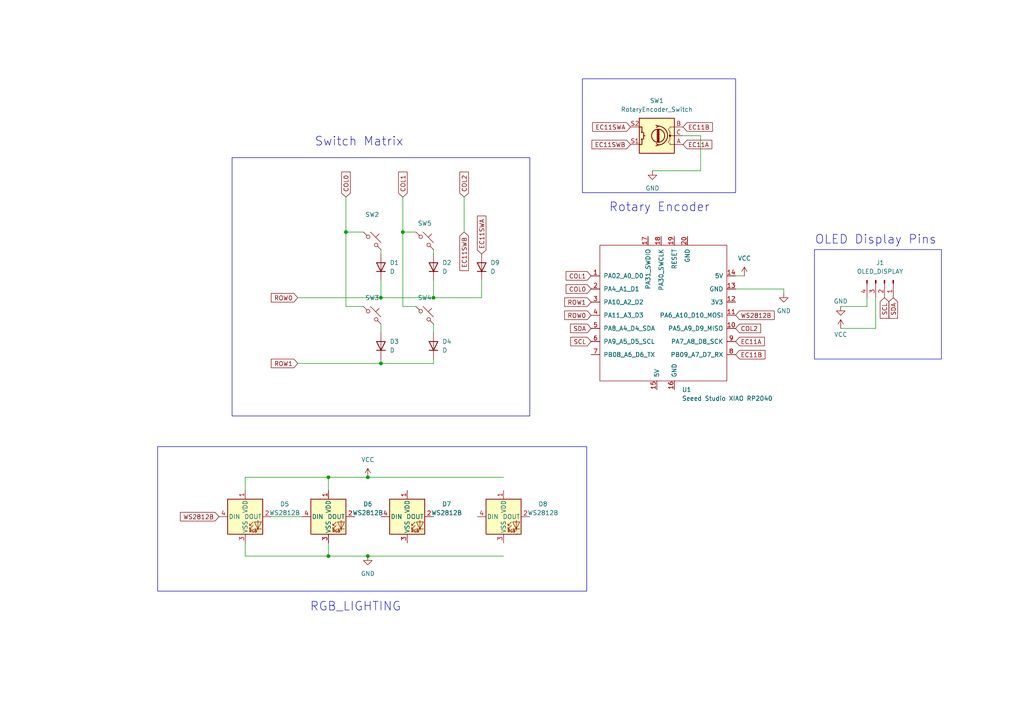
<source format=kicad_sch>
(kicad_sch
	(version 20250114)
	(generator "eeschema")
	(generator_version "9.0")
	(uuid "7995ec7a-c14b-437e-b354-3eb74052b7cb")
	(paper "A4")
	(lib_symbols
		(symbol "Connector:Conn_01x04_Pin"
			(pin_names
				(offset 1.016)
				(hide yes)
			)
			(exclude_from_sim no)
			(in_bom yes)
			(on_board yes)
			(property "Reference" "J"
				(at 0 5.08 0)
				(effects
					(font
						(size 1.27 1.27)
					)
				)
			)
			(property "Value" "Conn_01x04_Pin"
				(at 0 -7.62 0)
				(effects
					(font
						(size 1.27 1.27)
					)
				)
			)
			(property "Footprint" ""
				(at 0 0 0)
				(effects
					(font
						(size 1.27 1.27)
					)
					(hide yes)
				)
			)
			(property "Datasheet" "~"
				(at 0 0 0)
				(effects
					(font
						(size 1.27 1.27)
					)
					(hide yes)
				)
			)
			(property "Description" "Generic connector, single row, 01x04, script generated"
				(at 0 0 0)
				(effects
					(font
						(size 1.27 1.27)
					)
					(hide yes)
				)
			)
			(property "ki_locked" ""
				(at 0 0 0)
				(effects
					(font
						(size 1.27 1.27)
					)
				)
			)
			(property "ki_keywords" "connector"
				(at 0 0 0)
				(effects
					(font
						(size 1.27 1.27)
					)
					(hide yes)
				)
			)
			(property "ki_fp_filters" "Connector*:*_1x??_*"
				(at 0 0 0)
				(effects
					(font
						(size 1.27 1.27)
					)
					(hide yes)
				)
			)
			(symbol "Conn_01x04_Pin_1_1"
				(rectangle
					(start 0.8636 2.667)
					(end 0 2.413)
					(stroke
						(width 0.1524)
						(type default)
					)
					(fill
						(type outline)
					)
				)
				(rectangle
					(start 0.8636 0.127)
					(end 0 -0.127)
					(stroke
						(width 0.1524)
						(type default)
					)
					(fill
						(type outline)
					)
				)
				(rectangle
					(start 0.8636 -2.413)
					(end 0 -2.667)
					(stroke
						(width 0.1524)
						(type default)
					)
					(fill
						(type outline)
					)
				)
				(rectangle
					(start 0.8636 -4.953)
					(end 0 -5.207)
					(stroke
						(width 0.1524)
						(type default)
					)
					(fill
						(type outline)
					)
				)
				(polyline
					(pts
						(xy 1.27 2.54) (xy 0.8636 2.54)
					)
					(stroke
						(width 0.1524)
						(type default)
					)
					(fill
						(type none)
					)
				)
				(polyline
					(pts
						(xy 1.27 0) (xy 0.8636 0)
					)
					(stroke
						(width 0.1524)
						(type default)
					)
					(fill
						(type none)
					)
				)
				(polyline
					(pts
						(xy 1.27 -2.54) (xy 0.8636 -2.54)
					)
					(stroke
						(width 0.1524)
						(type default)
					)
					(fill
						(type none)
					)
				)
				(polyline
					(pts
						(xy 1.27 -5.08) (xy 0.8636 -5.08)
					)
					(stroke
						(width 0.1524)
						(type default)
					)
					(fill
						(type none)
					)
				)
				(pin passive line
					(at 5.08 2.54 180)
					(length 3.81)
					(name "Pin_1"
						(effects
							(font
								(size 1.27 1.27)
							)
						)
					)
					(number "1"
						(effects
							(font
								(size 1.27 1.27)
							)
						)
					)
				)
				(pin passive line
					(at 5.08 0 180)
					(length 3.81)
					(name "Pin_2"
						(effects
							(font
								(size 1.27 1.27)
							)
						)
					)
					(number "2"
						(effects
							(font
								(size 1.27 1.27)
							)
						)
					)
				)
				(pin passive line
					(at 5.08 -2.54 180)
					(length 3.81)
					(name "Pin_3"
						(effects
							(font
								(size 1.27 1.27)
							)
						)
					)
					(number "3"
						(effects
							(font
								(size 1.27 1.27)
							)
						)
					)
				)
				(pin passive line
					(at 5.08 -5.08 180)
					(length 3.81)
					(name "Pin_4"
						(effects
							(font
								(size 1.27 1.27)
							)
						)
					)
					(number "4"
						(effects
							(font
								(size 1.27 1.27)
							)
						)
					)
				)
			)
			(embedded_fonts no)
		)
		(symbol "Device:D"
			(pin_numbers
				(hide yes)
			)
			(pin_names
				(offset 1.016)
				(hide yes)
			)
			(exclude_from_sim no)
			(in_bom yes)
			(on_board yes)
			(property "Reference" "D"
				(at 0 2.54 0)
				(effects
					(font
						(size 1.27 1.27)
					)
				)
			)
			(property "Value" "D"
				(at 0 -2.54 0)
				(effects
					(font
						(size 1.27 1.27)
					)
				)
			)
			(property "Footprint" ""
				(at 0 0 0)
				(effects
					(font
						(size 1.27 1.27)
					)
					(hide yes)
				)
			)
			(property "Datasheet" "~"
				(at 0 0 0)
				(effects
					(font
						(size 1.27 1.27)
					)
					(hide yes)
				)
			)
			(property "Description" "Diode"
				(at 0 0 0)
				(effects
					(font
						(size 1.27 1.27)
					)
					(hide yes)
				)
			)
			(property "Sim.Device" "D"
				(at 0 0 0)
				(effects
					(font
						(size 1.27 1.27)
					)
					(hide yes)
				)
			)
			(property "Sim.Pins" "1=K 2=A"
				(at 0 0 0)
				(effects
					(font
						(size 1.27 1.27)
					)
					(hide yes)
				)
			)
			(property "ki_keywords" "diode"
				(at 0 0 0)
				(effects
					(font
						(size 1.27 1.27)
					)
					(hide yes)
				)
			)
			(property "ki_fp_filters" "TO-???* *_Diode_* *SingleDiode* D_*"
				(at 0 0 0)
				(effects
					(font
						(size 1.27 1.27)
					)
					(hide yes)
				)
			)
			(symbol "D_0_1"
				(polyline
					(pts
						(xy -1.27 1.27) (xy -1.27 -1.27)
					)
					(stroke
						(width 0.254)
						(type default)
					)
					(fill
						(type none)
					)
				)
				(polyline
					(pts
						(xy 1.27 1.27) (xy 1.27 -1.27) (xy -1.27 0) (xy 1.27 1.27)
					)
					(stroke
						(width 0.254)
						(type default)
					)
					(fill
						(type none)
					)
				)
				(polyline
					(pts
						(xy 1.27 0) (xy -1.27 0)
					)
					(stroke
						(width 0)
						(type default)
					)
					(fill
						(type none)
					)
				)
			)
			(symbol "D_1_1"
				(pin passive line
					(at -3.81 0 0)
					(length 2.54)
					(name "K"
						(effects
							(font
								(size 1.27 1.27)
							)
						)
					)
					(number "1"
						(effects
							(font
								(size 1.27 1.27)
							)
						)
					)
				)
				(pin passive line
					(at 3.81 0 180)
					(length 2.54)
					(name "A"
						(effects
							(font
								(size 1.27 1.27)
							)
						)
					)
					(number "2"
						(effects
							(font
								(size 1.27 1.27)
							)
						)
					)
				)
			)
			(embedded_fonts no)
		)
		(symbol "Device:RotaryEncoder_Switch"
			(pin_names
				(offset 0.254)
				(hide yes)
			)
			(exclude_from_sim no)
			(in_bom yes)
			(on_board yes)
			(property "Reference" "SW"
				(at 0 6.604 0)
				(effects
					(font
						(size 1.27 1.27)
					)
				)
			)
			(property "Value" "RotaryEncoder_Switch"
				(at 0 -6.604 0)
				(effects
					(font
						(size 1.27 1.27)
					)
				)
			)
			(property "Footprint" ""
				(at -3.81 4.064 0)
				(effects
					(font
						(size 1.27 1.27)
					)
					(hide yes)
				)
			)
			(property "Datasheet" "~"
				(at 0 6.604 0)
				(effects
					(font
						(size 1.27 1.27)
					)
					(hide yes)
				)
			)
			(property "Description" "Rotary encoder, dual channel, incremental quadrate outputs, with switch"
				(at 0 0 0)
				(effects
					(font
						(size 1.27 1.27)
					)
					(hide yes)
				)
			)
			(property "ki_keywords" "rotary switch encoder switch push button"
				(at 0 0 0)
				(effects
					(font
						(size 1.27 1.27)
					)
					(hide yes)
				)
			)
			(property "ki_fp_filters" "RotaryEncoder*Switch*"
				(at 0 0 0)
				(effects
					(font
						(size 1.27 1.27)
					)
					(hide yes)
				)
			)
			(symbol "RotaryEncoder_Switch_0_1"
				(rectangle
					(start -5.08 5.08)
					(end 5.08 -5.08)
					(stroke
						(width 0.254)
						(type default)
					)
					(fill
						(type background)
					)
				)
				(polyline
					(pts
						(xy -5.08 2.54) (xy -3.81 2.54) (xy -3.81 2.032)
					)
					(stroke
						(width 0)
						(type default)
					)
					(fill
						(type none)
					)
				)
				(polyline
					(pts
						(xy -5.08 0) (xy -3.81 0) (xy -3.81 -1.016) (xy -3.302 -2.032)
					)
					(stroke
						(width 0)
						(type default)
					)
					(fill
						(type none)
					)
				)
				(polyline
					(pts
						(xy -5.08 -2.54) (xy -3.81 -2.54) (xy -3.81 -2.032)
					)
					(stroke
						(width 0)
						(type default)
					)
					(fill
						(type none)
					)
				)
				(polyline
					(pts
						(xy -4.318 0) (xy -3.81 0) (xy -3.81 1.016) (xy -3.302 2.032)
					)
					(stroke
						(width 0)
						(type default)
					)
					(fill
						(type none)
					)
				)
				(circle
					(center -3.81 0)
					(radius 0.254)
					(stroke
						(width 0)
						(type default)
					)
					(fill
						(type outline)
					)
				)
				(polyline
					(pts
						(xy -0.635 -1.778) (xy -0.635 1.778)
					)
					(stroke
						(width 0.254)
						(type default)
					)
					(fill
						(type none)
					)
				)
				(circle
					(center -0.381 0)
					(radius 1.905)
					(stroke
						(width 0.254)
						(type default)
					)
					(fill
						(type none)
					)
				)
				(polyline
					(pts
						(xy -0.381 -1.778) (xy -0.381 1.778)
					)
					(stroke
						(width 0.254)
						(type default)
					)
					(fill
						(type none)
					)
				)
				(arc
					(start -0.381 -2.794)
					(mid -3.0988 -0.0635)
					(end -0.381 2.667)
					(stroke
						(width 0.254)
						(type default)
					)
					(fill
						(type none)
					)
				)
				(polyline
					(pts
						(xy -0.127 1.778) (xy -0.127 -1.778)
					)
					(stroke
						(width 0.254)
						(type default)
					)
					(fill
						(type none)
					)
				)
				(polyline
					(pts
						(xy 0.254 2.921) (xy -0.508 2.667) (xy 0.127 2.286)
					)
					(stroke
						(width 0.254)
						(type default)
					)
					(fill
						(type none)
					)
				)
				(polyline
					(pts
						(xy 0.254 -3.048) (xy -0.508 -2.794) (xy 0.127 -2.413)
					)
					(stroke
						(width 0.254)
						(type default)
					)
					(fill
						(type none)
					)
				)
				(polyline
					(pts
						(xy 3.81 1.016) (xy 3.81 -1.016)
					)
					(stroke
						(width 0.254)
						(type default)
					)
					(fill
						(type none)
					)
				)
				(polyline
					(pts
						(xy 3.81 0) (xy 3.429 0)
					)
					(stroke
						(width 0.254)
						(type default)
					)
					(fill
						(type none)
					)
				)
				(circle
					(center 4.318 1.016)
					(radius 0.127)
					(stroke
						(width 0.254)
						(type default)
					)
					(fill
						(type none)
					)
				)
				(circle
					(center 4.318 -1.016)
					(radius 0.127)
					(stroke
						(width 0.254)
						(type default)
					)
					(fill
						(type none)
					)
				)
				(polyline
					(pts
						(xy 5.08 2.54) (xy 4.318 2.54) (xy 4.318 1.016)
					)
					(stroke
						(width 0.254)
						(type default)
					)
					(fill
						(type none)
					)
				)
				(polyline
					(pts
						(xy 5.08 -2.54) (xy 4.318 -2.54) (xy 4.318 -1.016)
					)
					(stroke
						(width 0.254)
						(type default)
					)
					(fill
						(type none)
					)
				)
			)
			(symbol "RotaryEncoder_Switch_1_1"
				(pin passive line
					(at -7.62 2.54 0)
					(length 2.54)
					(name "A"
						(effects
							(font
								(size 1.27 1.27)
							)
						)
					)
					(number "A"
						(effects
							(font
								(size 1.27 1.27)
							)
						)
					)
				)
				(pin passive line
					(at -7.62 0 0)
					(length 2.54)
					(name "C"
						(effects
							(font
								(size 1.27 1.27)
							)
						)
					)
					(number "C"
						(effects
							(font
								(size 1.27 1.27)
							)
						)
					)
				)
				(pin passive line
					(at -7.62 -2.54 0)
					(length 2.54)
					(name "B"
						(effects
							(font
								(size 1.27 1.27)
							)
						)
					)
					(number "B"
						(effects
							(font
								(size 1.27 1.27)
							)
						)
					)
				)
				(pin passive line
					(at 7.62 2.54 180)
					(length 2.54)
					(name "S1"
						(effects
							(font
								(size 1.27 1.27)
							)
						)
					)
					(number "S1"
						(effects
							(font
								(size 1.27 1.27)
							)
						)
					)
				)
				(pin passive line
					(at 7.62 -2.54 180)
					(length 2.54)
					(name "S2"
						(effects
							(font
								(size 1.27 1.27)
							)
						)
					)
					(number "S2"
						(effects
							(font
								(size 1.27 1.27)
							)
						)
					)
				)
			)
			(embedded_fonts no)
		)
		(symbol "LED:WS2812B"
			(pin_names
				(offset 0.254)
			)
			(exclude_from_sim no)
			(in_bom yes)
			(on_board yes)
			(property "Reference" "D"
				(at 5.08 5.715 0)
				(effects
					(font
						(size 1.27 1.27)
					)
					(justify right bottom)
				)
			)
			(property "Value" "WS2812B"
				(at 1.27 -5.715 0)
				(effects
					(font
						(size 1.27 1.27)
					)
					(justify left top)
				)
			)
			(property "Footprint" "LED_SMD:LED_WS2812B_PLCC4_5.0x5.0mm_P3.2mm"
				(at 1.27 -7.62 0)
				(effects
					(font
						(size 1.27 1.27)
					)
					(justify left top)
					(hide yes)
				)
			)
			(property "Datasheet" "https://cdn-shop.adafruit.com/datasheets/WS2812B.pdf"
				(at 2.54 -9.525 0)
				(effects
					(font
						(size 1.27 1.27)
					)
					(justify left top)
					(hide yes)
				)
			)
			(property "Description" "RGB LED with integrated controller"
				(at 0 0 0)
				(effects
					(font
						(size 1.27 1.27)
					)
					(hide yes)
				)
			)
			(property "ki_keywords" "RGB LED NeoPixel addressable"
				(at 0 0 0)
				(effects
					(font
						(size 1.27 1.27)
					)
					(hide yes)
				)
			)
			(property "ki_fp_filters" "LED*WS2812*PLCC*5.0x5.0mm*P3.2mm*"
				(at 0 0 0)
				(effects
					(font
						(size 1.27 1.27)
					)
					(hide yes)
				)
			)
			(symbol "WS2812B_0_0"
				(text "RGB"
					(at 2.286 -4.191 0)
					(effects
						(font
							(size 0.762 0.762)
						)
					)
				)
			)
			(symbol "WS2812B_0_1"
				(polyline
					(pts
						(xy 1.27 -2.54) (xy 1.778 -2.54)
					)
					(stroke
						(width 0)
						(type default)
					)
					(fill
						(type none)
					)
				)
				(polyline
					(pts
						(xy 1.27 -3.556) (xy 1.778 -3.556)
					)
					(stroke
						(width 0)
						(type default)
					)
					(fill
						(type none)
					)
				)
				(polyline
					(pts
						(xy 2.286 -1.524) (xy 1.27 -2.54) (xy 1.27 -2.032)
					)
					(stroke
						(width 0)
						(type default)
					)
					(fill
						(type none)
					)
				)
				(polyline
					(pts
						(xy 2.286 -2.54) (xy 1.27 -3.556) (xy 1.27 -3.048)
					)
					(stroke
						(width 0)
						(type default)
					)
					(fill
						(type none)
					)
				)
				(polyline
					(pts
						(xy 3.683 -1.016) (xy 3.683 -3.556) (xy 3.683 -4.064)
					)
					(stroke
						(width 0)
						(type default)
					)
					(fill
						(type none)
					)
				)
				(polyline
					(pts
						(xy 4.699 -1.524) (xy 2.667 -1.524) (xy 3.683 -3.556) (xy 4.699 -1.524)
					)
					(stroke
						(width 0)
						(type default)
					)
					(fill
						(type none)
					)
				)
				(polyline
					(pts
						(xy 4.699 -3.556) (xy 2.667 -3.556)
					)
					(stroke
						(width 0)
						(type default)
					)
					(fill
						(type none)
					)
				)
				(rectangle
					(start 5.08 5.08)
					(end -5.08 -5.08)
					(stroke
						(width 0.254)
						(type default)
					)
					(fill
						(type background)
					)
				)
			)
			(symbol "WS2812B_1_1"
				(pin input line
					(at -7.62 0 0)
					(length 2.54)
					(name "DIN"
						(effects
							(font
								(size 1.27 1.27)
							)
						)
					)
					(number "4"
						(effects
							(font
								(size 1.27 1.27)
							)
						)
					)
				)
				(pin power_in line
					(at 0 7.62 270)
					(length 2.54)
					(name "VDD"
						(effects
							(font
								(size 1.27 1.27)
							)
						)
					)
					(number "1"
						(effects
							(font
								(size 1.27 1.27)
							)
						)
					)
				)
				(pin power_in line
					(at 0 -7.62 90)
					(length 2.54)
					(name "VSS"
						(effects
							(font
								(size 1.27 1.27)
							)
						)
					)
					(number "3"
						(effects
							(font
								(size 1.27 1.27)
							)
						)
					)
				)
				(pin output line
					(at 7.62 0 180)
					(length 2.54)
					(name "DOUT"
						(effects
							(font
								(size 1.27 1.27)
							)
						)
					)
					(number "2"
						(effects
							(font
								(size 1.27 1.27)
							)
						)
					)
				)
			)
			(embedded_fonts no)
		)
		(symbol "Seeed_Studio_XIAO_Series:Seeed Studio XIAO SAMD21"
			(pin_names
				(offset 1.016)
			)
			(exclude_from_sim no)
			(in_bom yes)
			(on_board yes)
			(property "Reference" "U"
				(at -19.05 22.86 0)
				(effects
					(font
						(size 1.27 1.27)
					)
				)
			)
			(property "Value" "Seeed Studio XIAO SAMD21"
				(at -12.7 21.59 0)
				(effects
					(font
						(size 1.27 1.27)
					)
				)
			)
			(property "Footprint" ""
				(at -8.89 5.08 0)
				(effects
					(font
						(size 1.27 1.27)
					)
					(hide yes)
				)
			)
			(property "Datasheet" ""
				(at -8.89 5.08 0)
				(effects
					(font
						(size 1.27 1.27)
					)
					(hide yes)
				)
			)
			(property "Description" ""
				(at 0 0 0)
				(effects
					(font
						(size 1.27 1.27)
					)
					(hide yes)
				)
			)
			(symbol "Seeed Studio XIAO SAMD21_0_1"
				(rectangle
					(start -19.05 20.32)
					(end 17.78 -19.05)
					(stroke
						(width 0)
						(type default)
					)
					(fill
						(type none)
					)
				)
			)
			(symbol "Seeed Studio XIAO SAMD21_1_1"
				(pin unspecified line
					(at -21.59 11.43 0)
					(length 2.54)
					(name "PA02_A0_D0"
						(effects
							(font
								(size 1.27 1.27)
							)
						)
					)
					(number "1"
						(effects
							(font
								(size 1.27 1.27)
							)
						)
					)
				)
				(pin unspecified line
					(at -21.59 7.62 0)
					(length 2.54)
					(name "PA4_A1_D1"
						(effects
							(font
								(size 1.27 1.27)
							)
						)
					)
					(number "2"
						(effects
							(font
								(size 1.27 1.27)
							)
						)
					)
				)
				(pin unspecified line
					(at -21.59 3.81 0)
					(length 2.54)
					(name "PA10_A2_D2"
						(effects
							(font
								(size 1.27 1.27)
							)
						)
					)
					(number "3"
						(effects
							(font
								(size 1.27 1.27)
							)
						)
					)
				)
				(pin unspecified line
					(at -21.59 0 0)
					(length 2.54)
					(name "PA11_A3_D3"
						(effects
							(font
								(size 1.27 1.27)
							)
						)
					)
					(number "4"
						(effects
							(font
								(size 1.27 1.27)
							)
						)
					)
				)
				(pin unspecified line
					(at -21.59 -3.81 0)
					(length 2.54)
					(name "PA8_A4_D4_SDA"
						(effects
							(font
								(size 1.27 1.27)
							)
						)
					)
					(number "5"
						(effects
							(font
								(size 1.27 1.27)
							)
						)
					)
				)
				(pin unspecified line
					(at -21.59 -7.62 0)
					(length 2.54)
					(name "PA9_A5_D5_SCL"
						(effects
							(font
								(size 1.27 1.27)
							)
						)
					)
					(number "6"
						(effects
							(font
								(size 1.27 1.27)
							)
						)
					)
				)
				(pin unspecified line
					(at -21.59 -11.43 0)
					(length 2.54)
					(name "PB08_A6_D6_TX"
						(effects
							(font
								(size 1.27 1.27)
							)
						)
					)
					(number "7"
						(effects
							(font
								(size 1.27 1.27)
							)
						)
					)
				)
				(pin input line
					(at -5.08 22.86 270)
					(length 2.54)
					(name "PA31_SWDIO"
						(effects
							(font
								(size 1.27 1.27)
							)
						)
					)
					(number "17"
						(effects
							(font
								(size 1.27 1.27)
							)
						)
					)
				)
				(pin input line
					(at -2.54 -21.59 90)
					(length 2.54)
					(name "5V"
						(effects
							(font
								(size 1.27 1.27)
							)
						)
					)
					(number "15"
						(effects
							(font
								(size 1.27 1.27)
							)
						)
					)
				)
				(pin input line
					(at -1.27 22.86 270)
					(length 2.54)
					(name "PA30_SWCLK"
						(effects
							(font
								(size 1.27 1.27)
							)
						)
					)
					(number "18"
						(effects
							(font
								(size 1.27 1.27)
							)
						)
					)
				)
				(pin input line
					(at 2.54 22.86 270)
					(length 2.54)
					(name "RESET"
						(effects
							(font
								(size 1.27 1.27)
							)
						)
					)
					(number "19"
						(effects
							(font
								(size 1.27 1.27)
							)
						)
					)
				)
				(pin input line
					(at 2.54 -21.59 90)
					(length 2.54)
					(name "GND"
						(effects
							(font
								(size 1.27 1.27)
							)
						)
					)
					(number "16"
						(effects
							(font
								(size 1.27 1.27)
							)
						)
					)
				)
				(pin input line
					(at 6.35 22.86 270)
					(length 2.54)
					(name "GND"
						(effects
							(font
								(size 1.27 1.27)
							)
						)
					)
					(number "20"
						(effects
							(font
								(size 1.27 1.27)
							)
						)
					)
				)
				(pin unspecified line
					(at 20.32 11.43 180)
					(length 2.54)
					(name "5V"
						(effects
							(font
								(size 1.27 1.27)
							)
						)
					)
					(number "14"
						(effects
							(font
								(size 1.27 1.27)
							)
						)
					)
				)
				(pin unspecified line
					(at 20.32 7.62 180)
					(length 2.54)
					(name "GND"
						(effects
							(font
								(size 1.27 1.27)
							)
						)
					)
					(number "13"
						(effects
							(font
								(size 1.27 1.27)
							)
						)
					)
				)
				(pin unspecified line
					(at 20.32 3.81 180)
					(length 2.54)
					(name "3V3"
						(effects
							(font
								(size 1.27 1.27)
							)
						)
					)
					(number "12"
						(effects
							(font
								(size 1.27 1.27)
							)
						)
					)
				)
				(pin unspecified line
					(at 20.32 0 180)
					(length 2.54)
					(name "PA6_A10_D10_MOSI"
						(effects
							(font
								(size 1.27 1.27)
							)
						)
					)
					(number "11"
						(effects
							(font
								(size 1.27 1.27)
							)
						)
					)
				)
				(pin unspecified line
					(at 20.32 -3.81 180)
					(length 2.54)
					(name "PA5_A9_D9_MISO"
						(effects
							(font
								(size 1.27 1.27)
							)
						)
					)
					(number "10"
						(effects
							(font
								(size 1.27 1.27)
							)
						)
					)
				)
				(pin unspecified line
					(at 20.32 -7.62 180)
					(length 2.54)
					(name "PA7_A8_D8_SCK"
						(effects
							(font
								(size 1.27 1.27)
							)
						)
					)
					(number "9"
						(effects
							(font
								(size 1.27 1.27)
							)
						)
					)
				)
				(pin unspecified line
					(at 20.32 -11.43 180)
					(length 2.54)
					(name "PB09_A7_D7_RX"
						(effects
							(font
								(size 1.27 1.27)
							)
						)
					)
					(number "8"
						(effects
							(font
								(size 1.27 1.27)
							)
						)
					)
				)
			)
			(embedded_fonts no)
		)
		(symbol "Switch:SW_Push_45deg"
			(pin_numbers
				(hide yes)
			)
			(pin_names
				(offset 1.016)
				(hide yes)
			)
			(exclude_from_sim no)
			(in_bom yes)
			(on_board yes)
			(property "Reference" "SW"
				(at 3.048 1.016 0)
				(effects
					(font
						(size 1.27 1.27)
					)
					(justify left)
				)
			)
			(property "Value" "SW_Push_45deg"
				(at 0 -3.81 0)
				(effects
					(font
						(size 1.27 1.27)
					)
				)
			)
			(property "Footprint" ""
				(at 0 0 0)
				(effects
					(font
						(size 1.27 1.27)
					)
					(hide yes)
				)
			)
			(property "Datasheet" "~"
				(at 0 0 0)
				(effects
					(font
						(size 1.27 1.27)
					)
					(hide yes)
				)
			)
			(property "Description" "Push button switch, normally open, two pins, 45° tilted"
				(at 0 0 0)
				(effects
					(font
						(size 1.27 1.27)
					)
					(hide yes)
				)
			)
			(property "ki_keywords" "switch normally-open pushbutton push-button"
				(at 0 0 0)
				(effects
					(font
						(size 1.27 1.27)
					)
					(hide yes)
				)
			)
			(symbol "SW_Push_45deg_0_1"
				(polyline
					(pts
						(xy -2.54 2.54) (xy -1.524 1.524) (xy -1.524 1.524)
					)
					(stroke
						(width 0)
						(type default)
					)
					(fill
						(type none)
					)
				)
				(circle
					(center -1.1684 1.1684)
					(radius 0.508)
					(stroke
						(width 0)
						(type default)
					)
					(fill
						(type none)
					)
				)
				(polyline
					(pts
						(xy -0.508 2.54) (xy 2.54 -0.508)
					)
					(stroke
						(width 0)
						(type default)
					)
					(fill
						(type none)
					)
				)
				(polyline
					(pts
						(xy 1.016 1.016) (xy 2.032 2.032)
					)
					(stroke
						(width 0)
						(type default)
					)
					(fill
						(type none)
					)
				)
				(circle
					(center 1.143 -1.1938)
					(radius 0.508)
					(stroke
						(width 0)
						(type default)
					)
					(fill
						(type none)
					)
				)
				(polyline
					(pts
						(xy 1.524 -1.524) (xy 2.54 -2.54) (xy 2.54 -2.54) (xy 2.54 -2.54)
					)
					(stroke
						(width 0)
						(type default)
					)
					(fill
						(type none)
					)
				)
				(pin passive line
					(at -2.54 2.54 0)
					(length 0)
					(name "1"
						(effects
							(font
								(size 1.27 1.27)
							)
						)
					)
					(number "1"
						(effects
							(font
								(size 1.27 1.27)
							)
						)
					)
				)
				(pin passive line
					(at 2.54 -2.54 180)
					(length 0)
					(name "2"
						(effects
							(font
								(size 1.27 1.27)
							)
						)
					)
					(number "2"
						(effects
							(font
								(size 1.27 1.27)
							)
						)
					)
				)
			)
			(embedded_fonts no)
		)
		(symbol "power:GND"
			(power)
			(pin_numbers
				(hide yes)
			)
			(pin_names
				(offset 0)
				(hide yes)
			)
			(exclude_from_sim no)
			(in_bom yes)
			(on_board yes)
			(property "Reference" "#PWR"
				(at 0 -6.35 0)
				(effects
					(font
						(size 1.27 1.27)
					)
					(hide yes)
				)
			)
			(property "Value" "GND"
				(at 0 -3.81 0)
				(effects
					(font
						(size 1.27 1.27)
					)
				)
			)
			(property "Footprint" ""
				(at 0 0 0)
				(effects
					(font
						(size 1.27 1.27)
					)
					(hide yes)
				)
			)
			(property "Datasheet" ""
				(at 0 0 0)
				(effects
					(font
						(size 1.27 1.27)
					)
					(hide yes)
				)
			)
			(property "Description" "Power symbol creates a global label with name \"GND\" , ground"
				(at 0 0 0)
				(effects
					(font
						(size 1.27 1.27)
					)
					(hide yes)
				)
			)
			(property "ki_keywords" "global power"
				(at 0 0 0)
				(effects
					(font
						(size 1.27 1.27)
					)
					(hide yes)
				)
			)
			(symbol "GND_0_1"
				(polyline
					(pts
						(xy 0 0) (xy 0 -1.27) (xy 1.27 -1.27) (xy 0 -2.54) (xy -1.27 -1.27) (xy 0 -1.27)
					)
					(stroke
						(width 0)
						(type default)
					)
					(fill
						(type none)
					)
				)
			)
			(symbol "GND_1_1"
				(pin power_in line
					(at 0 0 270)
					(length 0)
					(name "~"
						(effects
							(font
								(size 1.27 1.27)
							)
						)
					)
					(number "1"
						(effects
							(font
								(size 1.27 1.27)
							)
						)
					)
				)
			)
			(embedded_fonts no)
		)
		(symbol "power:VCC"
			(power)
			(pin_numbers
				(hide yes)
			)
			(pin_names
				(offset 0)
				(hide yes)
			)
			(exclude_from_sim no)
			(in_bom yes)
			(on_board yes)
			(property "Reference" "#PWR"
				(at 0 -3.81 0)
				(effects
					(font
						(size 1.27 1.27)
					)
					(hide yes)
				)
			)
			(property "Value" "VCC"
				(at 0 3.556 0)
				(effects
					(font
						(size 1.27 1.27)
					)
				)
			)
			(property "Footprint" ""
				(at 0 0 0)
				(effects
					(font
						(size 1.27 1.27)
					)
					(hide yes)
				)
			)
			(property "Datasheet" ""
				(at 0 0 0)
				(effects
					(font
						(size 1.27 1.27)
					)
					(hide yes)
				)
			)
			(property "Description" "Power symbol creates a global label with name \"VCC\""
				(at 0 0 0)
				(effects
					(font
						(size 1.27 1.27)
					)
					(hide yes)
				)
			)
			(property "ki_keywords" "global power"
				(at 0 0 0)
				(effects
					(font
						(size 1.27 1.27)
					)
					(hide yes)
				)
			)
			(symbol "VCC_0_1"
				(polyline
					(pts
						(xy -0.762 1.27) (xy 0 2.54)
					)
					(stroke
						(width 0)
						(type default)
					)
					(fill
						(type none)
					)
				)
				(polyline
					(pts
						(xy 0 2.54) (xy 0.762 1.27)
					)
					(stroke
						(width 0)
						(type default)
					)
					(fill
						(type none)
					)
				)
				(polyline
					(pts
						(xy 0 0) (xy 0 2.54)
					)
					(stroke
						(width 0)
						(type default)
					)
					(fill
						(type none)
					)
				)
			)
			(symbol "VCC_1_1"
				(pin power_in line
					(at 0 0 90)
					(length 0)
					(name "~"
						(effects
							(font
								(size 1.27 1.27)
							)
						)
					)
					(number "1"
						(effects
							(font
								(size 1.27 1.27)
							)
						)
					)
				)
			)
			(embedded_fonts no)
		)
	)
	(rectangle
		(start 236.22 72.39)
		(end 273.05 104.14)
		(stroke
			(width 0)
			(type default)
		)
		(fill
			(type none)
		)
		(uuid 1b7b92a5-9632-40d4-a44d-48c60cd8f796)
	)
	(rectangle
		(start 168.91 22.86)
		(end 213.36 55.88)
		(stroke
			(width 0)
			(type default)
		)
		(fill
			(type none)
		)
		(uuid 3feec5df-d1b6-483b-9dfd-598585deaf78)
	)
	(rectangle
		(start 45.72 129.54)
		(end 170.18 171.45)
		(stroke
			(width 0)
			(type default)
		)
		(fill
			(type none)
		)
		(uuid f2e8bf01-140e-4ad1-86bb-c1731a3cb095)
	)
	(rectangle
		(start 67.31 45.72)
		(end 153.67 120.65)
		(stroke
			(width 0)
			(type default)
		)
		(fill
			(type none)
		)
		(uuid f4d13b44-d075-456f-9a95-803058985c92)
	)
	(text "RGB_LIGHTING"
		(exclude_from_sim no)
		(at 103.124 176.022 0)
		(effects
			(font
				(size 2.54 2.54)
			)
		)
		(uuid "2abb6e39-5642-4c05-a853-068ceea8f6e4")
	)
	(text "Switch Matrix\n"
		(exclude_from_sim no)
		(at 104.14 41.148 0)
		(effects
			(font
				(size 2.54 2.54)
			)
		)
		(uuid "8010fdf0-5b4b-4ce4-baa3-0b933086f58d")
	)
	(text "Rotary Encoder"
		(exclude_from_sim no)
		(at 191.262 60.198 0)
		(effects
			(font
				(size 2.54 2.54)
			)
		)
		(uuid "952e3625-93bc-4849-b9bd-b7646f45d49d")
	)
	(text "OLED Display Pins"
		(exclude_from_sim no)
		(at 254 69.596 0)
		(effects
			(font
				(size 2.54 2.54)
			)
		)
		(uuid "9cfae9bd-44fe-4cbe-a15a-34b1a705fc38")
	)
	(junction
		(at 110.49 86.36)
		(diameter 0)
		(color 0 0 0 0)
		(uuid "173a690b-3210-4656-8441-546f6d4b4334")
	)
	(junction
		(at 110.49 105.41)
		(diameter 0)
		(color 0 0 0 0)
		(uuid "48947ffd-7b89-458d-aa80-3473ee69a73f")
	)
	(junction
		(at 125.73 86.36)
		(diameter 0)
		(color 0 0 0 0)
		(uuid "51c7bdfe-7d50-4902-87fc-df6e0408f0d5")
	)
	(junction
		(at 95.25 138.43)
		(diameter 0)
		(color 0 0 0 0)
		(uuid "81289cc3-d754-4135-b133-6caf9ea31167")
	)
	(junction
		(at 116.84 67.31)
		(diameter 0)
		(color 0 0 0 0)
		(uuid "a0827974-afdb-49b6-97c7-29c53811c96c")
	)
	(junction
		(at 106.68 138.43)
		(diameter 0)
		(color 0 0 0 0)
		(uuid "a0a3e963-c5de-4db3-9e80-f3bf285253c9")
	)
	(junction
		(at 100.33 67.31)
		(diameter 0)
		(color 0 0 0 0)
		(uuid "a408649e-970e-4e42-b1c2-5dcebf90a513")
	)
	(junction
		(at 106.68 161.29)
		(diameter 0)
		(color 0 0 0 0)
		(uuid "aa152780-3a1c-4d93-93da-92fa63b6565a")
	)
	(junction
		(at 95.25 161.29)
		(diameter 0)
		(color 0 0 0 0)
		(uuid "ec0d95e3-ac47-460d-ae69-f82d02ee70e6")
	)
	(wire
		(pts
			(xy 243.84 95.25) (xy 254 95.25)
		)
		(stroke
			(width 0)
			(type default)
		)
		(uuid "04645bbf-6cbd-4a02-a078-77983fd3ff37")
	)
	(wire
		(pts
			(xy 106.68 161.29) (xy 146.05 161.29)
		)
		(stroke
			(width 0)
			(type default)
		)
		(uuid "053fcdbd-8366-492b-b6a5-286cd1f2ddd8")
	)
	(wire
		(pts
			(xy 95.25 157.48) (xy 95.25 161.29)
		)
		(stroke
			(width 0)
			(type default)
		)
		(uuid "061d385c-2a32-497d-93cb-729c305b5228")
	)
	(wire
		(pts
			(xy 125.73 93.98) (xy 125.73 96.52)
		)
		(stroke
			(width 0)
			(type default)
		)
		(uuid "09a85c9d-c7d6-48a8-98c9-0e5d310babaf")
	)
	(wire
		(pts
			(xy 251.46 88.9) (xy 251.46 86.36)
		)
		(stroke
			(width 0)
			(type default)
		)
		(uuid "13e25769-93f2-42c4-be90-f4ffc0e25e96")
	)
	(wire
		(pts
			(xy 110.49 86.36) (xy 125.73 86.36)
		)
		(stroke
			(width 0)
			(type default)
		)
		(uuid "190df610-28e2-4639-8e89-b8079e4f1522")
	)
	(wire
		(pts
			(xy 100.33 67.31) (xy 100.33 88.9)
		)
		(stroke
			(width 0)
			(type default)
		)
		(uuid "2007312d-8103-4a3f-8d0c-86af3d813d08")
	)
	(wire
		(pts
			(xy 134.62 57.15) (xy 134.62 67.31)
		)
		(stroke
			(width 0)
			(type default)
		)
		(uuid "2082719a-0b2d-4139-abc2-0d8e632c3d09")
	)
	(wire
		(pts
			(xy 110.49 105.41) (xy 125.73 105.41)
		)
		(stroke
			(width 0)
			(type default)
		)
		(uuid "281dbfff-ace6-4a96-acb3-5458ded7df53")
	)
	(wire
		(pts
			(xy 110.49 104.14) (xy 110.49 105.41)
		)
		(stroke
			(width 0)
			(type default)
		)
		(uuid "2b924d2f-9bdc-4f14-a6ed-9edee8fc1eb7")
	)
	(wire
		(pts
			(xy 95.25 161.29) (xy 106.68 161.29)
		)
		(stroke
			(width 0)
			(type default)
		)
		(uuid "2e9b1ff6-fec4-451e-817d-c7399c6b3ee3")
	)
	(wire
		(pts
			(xy 71.12 138.43) (xy 71.12 142.24)
		)
		(stroke
			(width 0)
			(type default)
		)
		(uuid "31a07a2d-f07a-4781-828e-4ac78d2951bc")
	)
	(wire
		(pts
			(xy 243.84 88.9) (xy 251.46 88.9)
		)
		(stroke
			(width 0)
			(type default)
		)
		(uuid "3947a5e2-6d75-4174-a994-8da27e1525d6")
	)
	(wire
		(pts
			(xy 254 95.25) (xy 254 86.36)
		)
		(stroke
			(width 0)
			(type default)
		)
		(uuid "394f17be-7acf-4d28-971c-ed4c534ea352")
	)
	(wire
		(pts
			(xy 189.23 49.53) (xy 203.2 49.53)
		)
		(stroke
			(width 0)
			(type default)
		)
		(uuid "44ece4b9-795d-4ebc-93df-c8828a4449a0")
	)
	(wire
		(pts
			(xy 110.49 81.28) (xy 110.49 86.36)
		)
		(stroke
			(width 0)
			(type default)
		)
		(uuid "4dec9344-a83a-4221-a6fa-a0f3d4e45d45")
	)
	(wire
		(pts
			(xy 139.7 86.36) (xy 125.73 86.36)
		)
		(stroke
			(width 0)
			(type default)
		)
		(uuid "5846b02f-dd83-43d6-a94b-85d6265aaf70")
	)
	(wire
		(pts
			(xy 139.7 81.28) (xy 139.7 86.36)
		)
		(stroke
			(width 0)
			(type default)
		)
		(uuid "59e6dbac-d85d-4291-b9c4-ebd1c85e1c1d")
	)
	(wire
		(pts
			(xy 110.49 73.66) (xy 110.49 72.39)
		)
		(stroke
			(width 0)
			(type default)
		)
		(uuid "699e436d-b96c-4560-8fff-2c5304bee93e")
	)
	(wire
		(pts
			(xy 71.12 161.29) (xy 71.12 157.48)
		)
		(stroke
			(width 0)
			(type default)
		)
		(uuid "6bf73ac6-9bb4-476b-ac9b-a84e89145813")
	)
	(wire
		(pts
			(xy 116.84 67.31) (xy 120.65 67.31)
		)
		(stroke
			(width 0)
			(type default)
		)
		(uuid "83342417-303d-4182-bbad-6e37aebdbae2")
	)
	(wire
		(pts
			(xy 116.84 67.31) (xy 116.84 57.15)
		)
		(stroke
			(width 0)
			(type default)
		)
		(uuid "8797094d-0e19-4df9-b8f8-28dcf4a94acf")
	)
	(wire
		(pts
			(xy 116.84 88.9) (xy 120.65 88.9)
		)
		(stroke
			(width 0)
			(type default)
		)
		(uuid "88bfb973-b771-4238-a050-093f29ffba4b")
	)
	(wire
		(pts
			(xy 116.84 67.31) (xy 116.84 88.9)
		)
		(stroke
			(width 0)
			(type default)
		)
		(uuid "8a484478-efcc-4efe-8da4-1ea751d1066b")
	)
	(wire
		(pts
			(xy 106.68 138.43) (xy 146.05 138.43)
		)
		(stroke
			(width 0)
			(type default)
		)
		(uuid "909cd1bc-3463-4190-be67-1b4d87fea45e")
	)
	(wire
		(pts
			(xy 95.25 138.43) (xy 106.68 138.43)
		)
		(stroke
			(width 0)
			(type default)
		)
		(uuid "a8e670ba-209a-4b35-83df-7afe3eb37538")
	)
	(wire
		(pts
			(xy 213.36 80.01) (xy 215.9 80.01)
		)
		(stroke
			(width 0)
			(type default)
		)
		(uuid "af6065b3-a5f4-4b5c-a4c3-f28ef2c38ab3")
	)
	(wire
		(pts
			(xy 86.36 105.41) (xy 110.49 105.41)
		)
		(stroke
			(width 0)
			(type default)
		)
		(uuid "b56514fb-8a3b-4174-816e-207f34f9894b")
	)
	(wire
		(pts
			(xy 203.2 39.37) (xy 203.2 49.53)
		)
		(stroke
			(width 0)
			(type default)
		)
		(uuid "b9c4ea15-2bed-4ed5-98b6-333c2aa5da4c")
	)
	(wire
		(pts
			(xy 125.73 105.41) (xy 125.73 104.14)
		)
		(stroke
			(width 0)
			(type default)
		)
		(uuid "c3fe4e43-9665-4549-b25c-572108d0fb23")
	)
	(wire
		(pts
			(xy 100.33 57.15) (xy 100.33 67.31)
		)
		(stroke
			(width 0)
			(type default)
		)
		(uuid "c6ace9b0-6c93-4563-bd96-3a8eaaad3bba")
	)
	(wire
		(pts
			(xy 86.36 86.36) (xy 110.49 86.36)
		)
		(stroke
			(width 0)
			(type default)
		)
		(uuid "ce034b89-f30d-4ea0-ab56-1ab65ddd23bd")
	)
	(wire
		(pts
			(xy 71.12 138.43) (xy 95.25 138.43)
		)
		(stroke
			(width 0)
			(type default)
		)
		(uuid "d4fe5a3f-fb3e-4ffa-8860-10a930324820")
	)
	(wire
		(pts
			(xy 125.73 81.28) (xy 125.73 86.36)
		)
		(stroke
			(width 0)
			(type default)
		)
		(uuid "d87832f6-f1c5-4653-8e03-c10d6573673e")
	)
	(wire
		(pts
			(xy 100.33 88.9) (xy 105.41 88.9)
		)
		(stroke
			(width 0)
			(type default)
		)
		(uuid "d9cb31e4-8b34-47e1-ab13-8c7eabb6b089")
	)
	(wire
		(pts
			(xy 203.2 39.37) (xy 198.12 39.37)
		)
		(stroke
			(width 0)
			(type default)
		)
		(uuid "dca4f4de-6d77-4937-b1fa-0cd21b094716")
	)
	(wire
		(pts
			(xy 227.33 85.09) (xy 227.33 83.82)
		)
		(stroke
			(width 0)
			(type default)
		)
		(uuid "df01fcef-5303-418c-9bba-6b7dcf36ab16")
	)
	(wire
		(pts
			(xy 95.25 138.43) (xy 95.25 142.24)
		)
		(stroke
			(width 0)
			(type default)
		)
		(uuid "e974e009-fb47-482c-aa0e-853c8d5d5487")
	)
	(wire
		(pts
			(xy 71.12 161.29) (xy 95.25 161.29)
		)
		(stroke
			(width 0)
			(type default)
		)
		(uuid "eb1b54ec-2be3-4e04-8611-afe29e57e63a")
	)
	(wire
		(pts
			(xy 110.49 96.52) (xy 110.49 93.98)
		)
		(stroke
			(width 0)
			(type default)
		)
		(uuid "eff4b2e9-aa3f-43c7-a26f-0118885a3eff")
	)
	(wire
		(pts
			(xy 78.74 149.86) (xy 87.63 149.86)
		)
		(stroke
			(width 0)
			(type default)
		)
		(uuid "f20ff833-1e12-4e35-8ed6-7858a8b0ff52")
	)
	(wire
		(pts
			(xy 100.33 67.31) (xy 105.41 67.31)
		)
		(stroke
			(width 0)
			(type default)
		)
		(uuid "f9a2e48c-deb5-4100-96f3-2691ee7b34db")
	)
	(wire
		(pts
			(xy 227.33 83.82) (xy 213.36 83.82)
		)
		(stroke
			(width 0)
			(type default)
		)
		(uuid "fac117b7-9c99-4a80-bedf-5e7f181c0ea3")
	)
	(wire
		(pts
			(xy 125.73 72.39) (xy 125.73 73.66)
		)
		(stroke
			(width 0)
			(type default)
		)
		(uuid "fd3313ae-c2d2-4651-b5a1-b0e22385fe04")
	)
	(global_label "SDA"
		(shape input)
		(at 171.45 95.25 180)
		(fields_autoplaced yes)
		(effects
			(font
				(size 1.27 1.27)
			)
			(justify right)
		)
		(uuid "037974f6-1116-4532-b875-7aacb99b3e21")
		(property "Intersheetrefs" "${INTERSHEET_REFS}"
			(at 164.8967 95.25 0)
			(effects
				(font
					(size 1.27 1.27)
				)
				(justify right)
				(hide yes)
			)
		)
	)
	(global_label "EC11SWB"
		(shape input)
		(at 182.88 41.91 180)
		(fields_autoplaced yes)
		(effects
			(font
				(size 1.27 1.27)
			)
			(justify right)
		)
		(uuid "0aef20f8-8284-4ff5-8a0e-0c77b2c87cb9")
		(property "Intersheetrefs" "${INTERSHEET_REFS}"
			(at 171.1259 41.91 0)
			(effects
				(font
					(size 1.27 1.27)
				)
				(justify right)
				(hide yes)
			)
		)
	)
	(global_label "COL1"
		(shape input)
		(at 171.45 80.01 180)
		(fields_autoplaced yes)
		(effects
			(font
				(size 1.27 1.27)
			)
			(justify right)
		)
		(uuid "50c1a330-d34d-476f-a5c1-765ccd36f86e")
		(property "Intersheetrefs" "${INTERSHEET_REFS}"
			(at 163.6267 80.01 0)
			(effects
				(font
					(size 1.27 1.27)
				)
				(justify right)
				(hide yes)
			)
		)
	)
	(global_label "EC11A"
		(shape input)
		(at 213.36 99.06 0)
		(fields_autoplaced yes)
		(effects
			(font
				(size 1.27 1.27)
			)
			(justify left)
		)
		(uuid "5ef31947-5862-413c-b4fa-c775b049dd2f")
		(property "Intersheetrefs" "${INTERSHEET_REFS}"
			(at 222.2718 99.06 0)
			(effects
				(font
					(size 1.27 1.27)
				)
				(justify left)
				(hide yes)
			)
		)
	)
	(global_label "SCL"
		(shape input)
		(at 171.45 99.06 180)
		(fields_autoplaced yes)
		(effects
			(font
				(size 1.27 1.27)
			)
			(justify right)
		)
		(uuid "60a86966-a82d-456f-bdc8-93ca2cefbc68")
		(property "Intersheetrefs" "${INTERSHEET_REFS}"
			(at 164.9572 99.06 0)
			(effects
				(font
					(size 1.27 1.27)
				)
				(justify right)
				(hide yes)
			)
		)
	)
	(global_label "ROW0"
		(shape input)
		(at 171.45 91.44 180)
		(fields_autoplaced yes)
		(effects
			(font
				(size 1.27 1.27)
			)
			(justify right)
		)
		(uuid "6594cf53-2609-48cb-82a2-7cb27ca10a56")
		(property "Intersheetrefs" "${INTERSHEET_REFS}"
			(at 163.2034 91.44 0)
			(effects
				(font
					(size 1.27 1.27)
				)
				(justify right)
				(hide yes)
			)
		)
	)
	(global_label "EC11A"
		(shape input)
		(at 198.12 41.91 0)
		(fields_autoplaced yes)
		(effects
			(font
				(size 1.27 1.27)
			)
			(justify left)
		)
		(uuid "70632cb0-5cc2-42b4-8e8f-16a261e7a44d")
		(property "Intersheetrefs" "${INTERSHEET_REFS}"
			(at 207.0318 41.91 0)
			(effects
				(font
					(size 1.27 1.27)
				)
				(justify left)
				(hide yes)
			)
		)
	)
	(global_label "WS2812B"
		(shape input)
		(at 213.36 91.44 0)
		(fields_autoplaced yes)
		(effects
			(font
				(size 1.27 1.27)
			)
			(justify left)
		)
		(uuid "77a7d61a-57a5-4964-a0d3-ed6d174ce260")
		(property "Intersheetrefs" "${INTERSHEET_REFS}"
			(at 225.1141 91.44 0)
			(effects
				(font
					(size 1.27 1.27)
				)
				(justify left)
				(hide yes)
			)
		)
	)
	(global_label "EC11SWA"
		(shape input)
		(at 139.7 73.66 90)
		(fields_autoplaced yes)
		(effects
			(font
				(size 1.27 1.27)
			)
			(justify left)
		)
		(uuid "7c565649-45a6-4de4-8278-eb5f3a826056")
		(property "Intersheetrefs" "${INTERSHEET_REFS}"
			(at 139.7 62.0873 90)
			(effects
				(font
					(size 1.27 1.27)
				)
				(justify left)
				(hide yes)
			)
		)
	)
	(global_label "ROW1"
		(shape input)
		(at 171.45 87.63 180)
		(fields_autoplaced yes)
		(effects
			(font
				(size 1.27 1.27)
			)
			(justify right)
		)
		(uuid "82c20ac9-48ec-476e-926a-aed3903fb35b")
		(property "Intersheetrefs" "${INTERSHEET_REFS}"
			(at 163.2034 87.63 0)
			(effects
				(font
					(size 1.27 1.27)
				)
				(justify right)
				(hide yes)
			)
		)
	)
	(global_label "ROW1"
		(shape input)
		(at 86.36 105.41 180)
		(fields_autoplaced yes)
		(effects
			(font
				(size 1.27 1.27)
			)
			(justify right)
		)
		(uuid "8a36f6f2-e40b-48ba-b764-768d1d24f28b")
		(property "Intersheetrefs" "${INTERSHEET_REFS}"
			(at 78.1134 105.41 0)
			(effects
				(font
					(size 1.27 1.27)
				)
				(justify right)
				(hide yes)
			)
		)
	)
	(global_label "EC11SWB"
		(shape input)
		(at 134.62 67.31 270)
		(fields_autoplaced yes)
		(effects
			(font
				(size 1.27 1.27)
			)
			(justify right)
		)
		(uuid "90ae404c-0169-4cf8-9d3c-1fb08c0c0c76")
		(property "Intersheetrefs" "${INTERSHEET_REFS}"
			(at 134.62 79.0641 90)
			(effects
				(font
					(size 1.27 1.27)
				)
				(justify right)
				(hide yes)
			)
		)
	)
	(global_label "ROW0"
		(shape input)
		(at 86.36 86.36 180)
		(fields_autoplaced yes)
		(effects
			(font
				(size 1.27 1.27)
			)
			(justify right)
		)
		(uuid "91e750fc-e593-489e-9e3b-f10f554faf94")
		(property "Intersheetrefs" "${INTERSHEET_REFS}"
			(at 78.1134 86.36 0)
			(effects
				(font
					(size 1.27 1.27)
				)
				(justify right)
				(hide yes)
			)
		)
	)
	(global_label "SCL"
		(shape input)
		(at 256.54 86.36 270)
		(fields_autoplaced yes)
		(effects
			(font
				(size 1.27 1.27)
			)
			(justify right)
		)
		(uuid "946cbfe1-c02b-45ad-ad5a-c9dd09cce658")
		(property "Intersheetrefs" "${INTERSHEET_REFS}"
			(at 256.54 92.8528 90)
			(effects
				(font
					(size 1.27 1.27)
				)
				(justify right)
				(hide yes)
			)
		)
	)
	(global_label "WS2812B"
		(shape input)
		(at 63.5 149.86 180)
		(fields_autoplaced yes)
		(effects
			(font
				(size 1.27 1.27)
			)
			(justify right)
		)
		(uuid "993ab961-f7b4-4b7b-8f8d-877b3cf31279")
		(property "Intersheetrefs" "${INTERSHEET_REFS}"
			(at 51.7459 149.86 0)
			(effects
				(font
					(size 1.27 1.27)
				)
				(justify right)
				(hide yes)
			)
		)
	)
	(global_label "COL1"
		(shape input)
		(at 116.84 57.15 90)
		(fields_autoplaced yes)
		(effects
			(font
				(size 1.27 1.27)
			)
			(justify left)
		)
		(uuid "a2a1323e-bf04-4c8d-aa66-909b389748ad")
		(property "Intersheetrefs" "${INTERSHEET_REFS}"
			(at 116.84 49.3267 90)
			(effects
				(font
					(size 1.27 1.27)
				)
				(justify left)
				(hide yes)
			)
		)
	)
	(global_label "COL2"
		(shape input)
		(at 134.62 57.15 90)
		(fields_autoplaced yes)
		(effects
			(font
				(size 1.27 1.27)
			)
			(justify left)
		)
		(uuid "aefd4d6a-c967-4fd9-a20f-10789af15ee4")
		(property "Intersheetrefs" "${INTERSHEET_REFS}"
			(at 134.62 49.3267 90)
			(effects
				(font
					(size 1.27 1.27)
				)
				(justify left)
				(hide yes)
			)
		)
	)
	(global_label "EC11SWA"
		(shape input)
		(at 182.88 36.83 180)
		(fields_autoplaced yes)
		(effects
			(font
				(size 1.27 1.27)
			)
			(justify right)
		)
		(uuid "c6eaee77-7c2d-4974-a07d-0eefe563586a")
		(property "Intersheetrefs" "${INTERSHEET_REFS}"
			(at 171.3073 36.83 0)
			(effects
				(font
					(size 1.27 1.27)
				)
				(justify right)
				(hide yes)
			)
		)
	)
	(global_label "EC11B"
		(shape input)
		(at 198.12 36.83 0)
		(fields_autoplaced yes)
		(effects
			(font
				(size 1.27 1.27)
			)
			(justify left)
		)
		(uuid "cc1992e3-ed5e-4562-84ba-7e20b3628ea7")
		(property "Intersheetrefs" "${INTERSHEET_REFS}"
			(at 206.8504 36.83 0)
			(effects
				(font
					(size 1.27 1.27)
				)
				(justify left)
				(hide yes)
			)
		)
	)
	(global_label "COL0"
		(shape input)
		(at 171.45 83.82 180)
		(fields_autoplaced yes)
		(effects
			(font
				(size 1.27 1.27)
			)
			(justify right)
		)
		(uuid "d01fdcf5-2032-4b0f-b85b-5257eaa79339")
		(property "Intersheetrefs" "${INTERSHEET_REFS}"
			(at 163.6267 83.82 0)
			(effects
				(font
					(size 1.27 1.27)
				)
				(justify right)
				(hide yes)
			)
		)
	)
	(global_label "SDA"
		(shape input)
		(at 259.08 86.36 270)
		(fields_autoplaced yes)
		(effects
			(font
				(size 1.27 1.27)
			)
			(justify right)
		)
		(uuid "e33c8e51-9148-41cb-acfd-e7d7e0994a4d")
		(property "Intersheetrefs" "${INTERSHEET_REFS}"
			(at 259.08 92.9133 90)
			(effects
				(font
					(size 1.27 1.27)
				)
				(justify right)
				(hide yes)
			)
		)
	)
	(global_label "EC11B"
		(shape input)
		(at 213.36 102.87 0)
		(fields_autoplaced yes)
		(effects
			(font
				(size 1.27 1.27)
			)
			(justify left)
		)
		(uuid "eac64f60-42ba-4529-ad91-776186b40df0")
		(property "Intersheetrefs" "${INTERSHEET_REFS}"
			(at 222.0904 102.87 0)
			(effects
				(font
					(size 1.27 1.27)
				)
				(justify left)
				(hide yes)
			)
		)
	)
	(global_label "COL0"
		(shape input)
		(at 100.33 57.15 90)
		(fields_autoplaced yes)
		(effects
			(font
				(size 1.27 1.27)
			)
			(justify left)
		)
		(uuid "f08f0933-cd5e-495e-8592-1b11e5eae7e9")
		(property "Intersheetrefs" "${INTERSHEET_REFS}"
			(at 100.33 49.3267 90)
			(effects
				(font
					(size 1.27 1.27)
				)
				(justify left)
				(hide yes)
			)
		)
	)
	(global_label "COL2"
		(shape input)
		(at 213.36 95.25 0)
		(fields_autoplaced yes)
		(effects
			(font
				(size 1.27 1.27)
			)
			(justify left)
		)
		(uuid "f2ab1580-aa1d-4a25-898c-a9cfaff21c15")
		(property "Intersheetrefs" "${INTERSHEET_REFS}"
			(at 221.1833 95.25 0)
			(effects
				(font
					(size 1.27 1.27)
				)
				(justify left)
				(hide yes)
			)
		)
	)
	(symbol
		(lib_id "Device:D")
		(at 125.73 77.47 90)
		(unit 1)
		(exclude_from_sim no)
		(in_bom yes)
		(on_board yes)
		(dnp no)
		(fields_autoplaced yes)
		(uuid "1b8111b6-5ee1-4967-ad71-226bcdc46624")
		(property "Reference" "D2"
			(at 128.27 76.1999 90)
			(effects
				(font
					(size 1.27 1.27)
				)
				(justify right)
			)
		)
		(property "Value" "D"
			(at 128.27 78.7399 90)
			(effects
				(font
					(size 1.27 1.27)
				)
				(justify right)
			)
		)
		(property "Footprint" "Diode_THT:D_DO-35_SOD27_P7.62mm_Horizontal"
			(at 125.73 77.47 0)
			(effects
				(font
					(size 1.27 1.27)
				)
				(hide yes)
			)
		)
		(property "Datasheet" "~"
			(at 125.73 77.47 0)
			(effects
				(font
					(size 1.27 1.27)
				)
				(hide yes)
			)
		)
		(property "Description" "Diode"
			(at 125.73 77.47 0)
			(effects
				(font
					(size 1.27 1.27)
				)
				(hide yes)
			)
		)
		(property "Sim.Device" "D"
			(at 125.73 77.47 0)
			(effects
				(font
					(size 1.27 1.27)
				)
				(hide yes)
			)
		)
		(property "Sim.Pins" "1=K 2=A"
			(at 125.73 77.47 0)
			(effects
				(font
					(size 1.27 1.27)
				)
				(hide yes)
			)
		)
		(pin "2"
			(uuid "98bc29af-8231-4192-a8c9-f222a8739fe8")
		)
		(pin "1"
			(uuid "a7173550-edc6-4d70-b699-db4675a29b3c")
		)
		(instances
			(project "orpheuspad_pcb"
				(path "/7995ec7a-c14b-437e-b354-3eb74052b7cb"
					(reference "D2")
					(unit 1)
				)
			)
		)
	)
	(symbol
		(lib_id "Seeed_Studio_XIAO_Series:Seeed Studio XIAO SAMD21")
		(at 193.04 91.44 0)
		(unit 1)
		(exclude_from_sim no)
		(in_bom yes)
		(on_board yes)
		(dnp no)
		(fields_autoplaced yes)
		(uuid "2ff0ac81-a7cc-4949-89ae-1b7dcceb15ad")
		(property "Reference" "U1"
			(at 197.7741 113.03 0)
			(effects
				(font
					(size 1.27 1.27)
				)
				(justify left)
			)
		)
		(property "Value" "Seeed Studio XIAO RP2040"
			(at 197.7741 115.57 0)
			(effects
				(font
					(size 1.27 1.27)
				)
				(justify left)
			)
		)
		(property "Footprint" "Seeed Studio XIAO Series Library:XIAO-Generic-Hybrid-14P-2.54-21X17.8MM"
			(at 184.15 86.36 0)
			(effects
				(font
					(size 1.27 1.27)
				)
				(hide yes)
			)
		)
		(property "Datasheet" ""
			(at 184.15 86.36 0)
			(effects
				(font
					(size 1.27 1.27)
				)
				(hide yes)
			)
		)
		(property "Description" ""
			(at 193.04 91.44 0)
			(effects
				(font
					(size 1.27 1.27)
				)
				(hide yes)
			)
		)
		(pin "7"
			(uuid "2cf73d7b-18a0-48c0-b6ad-7c578d09a159")
		)
		(pin "3"
			(uuid "d07d5f8b-6234-4c7c-9554-3539b1910769")
		)
		(pin "18"
			(uuid "f29c953d-95ef-4751-b43d-e9022acba5a3")
		)
		(pin "5"
			(uuid "940e1e3b-6745-433b-98c4-df3cc3ee0818")
		)
		(pin "19"
			(uuid "59ad9cb1-0439-4ec9-8023-e2ec1800c06a")
		)
		(pin "4"
			(uuid "6f6d7858-79ab-430f-88d1-f9eff74f2f95")
		)
		(pin "20"
			(uuid "7e516b80-9b93-4a5f-8cf4-f3705d76716b")
		)
		(pin "17"
			(uuid "9ff7777d-7d6f-4fc1-9409-4ba7711cc678")
		)
		(pin "2"
			(uuid "3b18361b-457d-4224-b828-6a04fbdede9e")
		)
		(pin "6"
			(uuid "02bb43ed-ec8b-463e-bb2e-8e956bf74f09")
		)
		(pin "8"
			(uuid "ba7bee5a-e499-4167-b982-e88276709a7f")
		)
		(pin "1"
			(uuid "138e4a3c-7918-4fa2-a9d3-6ab057c0b93c")
		)
		(pin "10"
			(uuid "f0d99179-ebca-4d62-af5a-f4bfff460f1b")
		)
		(pin "11"
			(uuid "3973656c-72bb-4713-87eb-2c53ef56d0bd")
		)
		(pin "15"
			(uuid "3d1ff4e6-1d59-4cd8-bbd4-79d1542fd833")
		)
		(pin "12"
			(uuid "a9412a99-0b7c-470a-a906-70bae6856b89")
		)
		(pin "13"
			(uuid "18206cf8-f68b-4910-b4b8-f569f9a5c471")
		)
		(pin "14"
			(uuid "edbf9be2-6ce3-43a7-8c35-0f4b6934746a")
		)
		(pin "9"
			(uuid "c01d0072-e5e8-4381-89ee-5924e6ee3e68")
		)
		(pin "16"
			(uuid "49d79189-914a-45cc-938e-6949774ef2a9")
		)
		(instances
			(project "orpheuspad_pcb"
				(path "/7995ec7a-c14b-437e-b354-3eb74052b7cb"
					(reference "U1")
					(unit 1)
				)
			)
		)
	)
	(symbol
		(lib_id "power:GND")
		(at 243.84 88.9 0)
		(unit 1)
		(exclude_from_sim no)
		(in_bom yes)
		(on_board yes)
		(dnp no)
		(uuid "3ce3ec76-219b-49ca-a4aa-519bd6991a20")
		(property "Reference" "#PWR04"
			(at 243.84 95.25 0)
			(effects
				(font
					(size 1.27 1.27)
				)
				(hide yes)
			)
		)
		(property "Value" "GND"
			(at 243.84 87.376 0)
			(effects
				(font
					(size 1.27 1.27)
				)
			)
		)
		(property "Footprint" ""
			(at 243.84 88.9 0)
			(effects
				(font
					(size 1.27 1.27)
				)
				(hide yes)
			)
		)
		(property "Datasheet" ""
			(at 243.84 88.9 0)
			(effects
				(font
					(size 1.27 1.27)
				)
				(hide yes)
			)
		)
		(property "Description" "Power symbol creates a global label with name \"GND\" , ground"
			(at 243.84 88.9 0)
			(effects
				(font
					(size 1.27 1.27)
				)
				(hide yes)
			)
		)
		(pin "1"
			(uuid "75a45ce0-0251-4344-af0a-7097ea942cfb")
		)
		(instances
			(project "orpheuspad_pcb"
				(path "/7995ec7a-c14b-437e-b354-3eb74052b7cb"
					(reference "#PWR04")
					(unit 1)
				)
			)
		)
	)
	(symbol
		(lib_id "LED:WS2812B")
		(at 95.25 149.86 0)
		(unit 1)
		(exclude_from_sim no)
		(in_bom yes)
		(on_board yes)
		(dnp no)
		(fields_autoplaced yes)
		(uuid "43612a65-c721-4ebd-be2c-baea73666282")
		(property "Reference" "D6"
			(at 106.68 146.212 0)
			(effects
				(font
					(size 1.27 1.27)
				)
			)
		)
		(property "Value" "WS2812B"
			(at 106.68 148.752 0)
			(effects
				(font
					(size 1.27 1.27)
				)
			)
		)
		(property "Footprint" "LED_SMD:LED_WS2812B_PLCC4_5.0x5.0mm_P3.2mm"
			(at 96.52 157.48 0)
			(effects
				(font
					(size 1.27 1.27)
				)
				(justify left top)
				(hide yes)
			)
		)
		(property "Datasheet" "https://cdn-shop.adafruit.com/datasheets/WS2812B.pdf"
			(at 97.79 159.385 0)
			(effects
				(font
					(size 1.27 1.27)
				)
				(justify left top)
				(hide yes)
			)
		)
		(property "Description" "RGB LED with integrated controller"
			(at 95.25 149.86 0)
			(effects
				(font
					(size 1.27 1.27)
				)
				(hide yes)
			)
		)
		(pin "1"
			(uuid "9a720086-1217-4d94-a158-81b4ca48b3eb")
		)
		(pin "2"
			(uuid "9ecc52d0-4440-4131-ad7e-c16ca1532f22")
		)
		(pin "3"
			(uuid "e6a10253-7863-4a29-bdbe-226b910334df")
		)
		(pin "4"
			(uuid "5a35e91c-fc08-44c7-9f4e-a7db4eb49d97")
		)
		(instances
			(project "orpheuspad_pcb"
				(path "/7995ec7a-c14b-437e-b354-3eb74052b7cb"
					(reference "D6")
					(unit 1)
				)
			)
		)
	)
	(symbol
		(lib_id "Device:D")
		(at 125.73 100.33 90)
		(unit 1)
		(exclude_from_sim no)
		(in_bom yes)
		(on_board yes)
		(dnp no)
		(fields_autoplaced yes)
		(uuid "54f86cd4-50fe-45fc-9562-7693be5bdf62")
		(property "Reference" "D4"
			(at 128.27 99.0599 90)
			(effects
				(font
					(size 1.27 1.27)
				)
				(justify right)
			)
		)
		(property "Value" "D"
			(at 128.27 101.5999 90)
			(effects
				(font
					(size 1.27 1.27)
				)
				(justify right)
			)
		)
		(property "Footprint" "Diode_THT:D_DO-35_SOD27_P7.62mm_Horizontal"
			(at 125.73 100.33 0)
			(effects
				(font
					(size 1.27 1.27)
				)
				(hide yes)
			)
		)
		(property "Datasheet" "~"
			(at 125.73 100.33 0)
			(effects
				(font
					(size 1.27 1.27)
				)
				(hide yes)
			)
		)
		(property "Description" "Diode"
			(at 125.73 100.33 0)
			(effects
				(font
					(size 1.27 1.27)
				)
				(hide yes)
			)
		)
		(property "Sim.Device" "D"
			(at 125.73 100.33 0)
			(effects
				(font
					(size 1.27 1.27)
				)
				(hide yes)
			)
		)
		(property "Sim.Pins" "1=K 2=A"
			(at 125.73 100.33 0)
			(effects
				(font
					(size 1.27 1.27)
				)
				(hide yes)
			)
		)
		(pin "1"
			(uuid "946698e3-d170-479f-b817-6d6057f15a37")
		)
		(pin "2"
			(uuid "4c57ce9a-58be-4a54-9bff-a1d40427886f")
		)
		(instances
			(project "orpheuspad_pcb"
				(path "/7995ec7a-c14b-437e-b354-3eb74052b7cb"
					(reference "D4")
					(unit 1)
				)
			)
		)
	)
	(symbol
		(lib_id "Switch:SW_Push_45deg")
		(at 123.19 91.44 0)
		(unit 1)
		(exclude_from_sim no)
		(in_bom yes)
		(on_board yes)
		(dnp no)
		(fields_autoplaced yes)
		(uuid "5a86debc-c975-4c65-af7b-bd56767a3642")
		(property "Reference" "SW4"
			(at 123.19 86.36 0)
			(effects
				(font
					(size 1.27 1.27)
				)
			)
		)
		(property "Value" "SW_Push_45deg"
			(at 123.19 86.36 0)
			(effects
				(font
					(size 1.27 1.27)
				)
				(hide yes)
			)
		)
		(property "Footprint" "MX_Solderable:MX-Solderable-1U"
			(at 123.19 91.44 0)
			(effects
				(font
					(size 1.27 1.27)
				)
				(hide yes)
			)
		)
		(property "Datasheet" "~"
			(at 123.19 91.44 0)
			(effects
				(font
					(size 1.27 1.27)
				)
				(hide yes)
			)
		)
		(property "Description" "Push button switch, normally open, two pins, 45° tilted"
			(at 123.19 91.44 0)
			(effects
				(font
					(size 1.27 1.27)
				)
				(hide yes)
			)
		)
		(pin "1"
			(uuid "323654bd-4c95-498a-a1d0-728b624124b2")
		)
		(pin "2"
			(uuid "5cc30e0c-04f1-4bd0-bd9c-7934135e7d1b")
		)
		(instances
			(project "orpheuspad_pcb"
				(path "/7995ec7a-c14b-437e-b354-3eb74052b7cb"
					(reference "SW4")
					(unit 1)
				)
			)
		)
	)
	(symbol
		(lib_id "power:GND")
		(at 189.23 49.53 0)
		(unit 1)
		(exclude_from_sim no)
		(in_bom yes)
		(on_board yes)
		(dnp no)
		(fields_autoplaced yes)
		(uuid "5cdf4233-3551-43fe-b3f9-c3665d0fb825")
		(property "Reference" "#PWR03"
			(at 189.23 55.88 0)
			(effects
				(font
					(size 1.27 1.27)
				)
				(hide yes)
			)
		)
		(property "Value" "GND"
			(at 189.23 54.61 0)
			(effects
				(font
					(size 1.27 1.27)
				)
			)
		)
		(property "Footprint" ""
			(at 189.23 49.53 0)
			(effects
				(font
					(size 1.27 1.27)
				)
				(hide yes)
			)
		)
		(property "Datasheet" ""
			(at 189.23 49.53 0)
			(effects
				(font
					(size 1.27 1.27)
				)
				(hide yes)
			)
		)
		(property "Description" "Power symbol creates a global label with name \"GND\" , ground"
			(at 189.23 49.53 0)
			(effects
				(font
					(size 1.27 1.27)
				)
				(hide yes)
			)
		)
		(pin "1"
			(uuid "dbcf6e12-a0ab-49fe-9c1a-99c8ce2c7c29")
		)
		(instances
			(project "orpheuspad_pcb"
				(path "/7995ec7a-c14b-437e-b354-3eb74052b7cb"
					(reference "#PWR03")
					(unit 1)
				)
			)
		)
	)
	(symbol
		(lib_id "power:VCC")
		(at 215.9 80.01 0)
		(unit 1)
		(exclude_from_sim no)
		(in_bom yes)
		(on_board yes)
		(dnp no)
		(fields_autoplaced yes)
		(uuid "60269d05-aefc-4e4d-b2dd-d0d75b926e99")
		(property "Reference" "#PWR02"
			(at 215.9 83.82 0)
			(effects
				(font
					(size 1.27 1.27)
				)
				(hide yes)
			)
		)
		(property "Value" "VCC"
			(at 215.9 74.93 0)
			(effects
				(font
					(size 1.27 1.27)
				)
			)
		)
		(property "Footprint" ""
			(at 215.9 80.01 0)
			(effects
				(font
					(size 1.27 1.27)
				)
				(hide yes)
			)
		)
		(property "Datasheet" ""
			(at 215.9 80.01 0)
			(effects
				(font
					(size 1.27 1.27)
				)
				(hide yes)
			)
		)
		(property "Description" "Power symbol creates a global label with name \"VCC\""
			(at 215.9 80.01 0)
			(effects
				(font
					(size 1.27 1.27)
				)
				(hide yes)
			)
		)
		(pin "1"
			(uuid "72d421fb-52ae-4d80-b231-192104dc9408")
		)
		(instances
			(project "orpheuspad_pcb"
				(path "/7995ec7a-c14b-437e-b354-3eb74052b7cb"
					(reference "#PWR02")
					(unit 1)
				)
			)
		)
	)
	(symbol
		(lib_id "Switch:SW_Push_45deg")
		(at 107.95 69.85 0)
		(unit 1)
		(exclude_from_sim no)
		(in_bom yes)
		(on_board yes)
		(dnp no)
		(fields_autoplaced yes)
		(uuid "61f9b887-648d-4f7a-97da-3d638c219f4b")
		(property "Reference" "SW2"
			(at 107.95 62.23 0)
			(effects
				(font
					(size 1.27 1.27)
				)
			)
		)
		(property "Value" "SW_Push_45deg"
			(at 107.95 64.77 0)
			(effects
				(font
					(size 1.27 1.27)
				)
				(hide yes)
			)
		)
		(property "Footprint" "MX_Solderable:MX-Solderable-1U"
			(at 107.95 69.85 0)
			(effects
				(font
					(size 1.27 1.27)
				)
				(hide yes)
			)
		)
		(property "Datasheet" "~"
			(at 107.95 69.85 0)
			(effects
				(font
					(size 1.27 1.27)
				)
				(hide yes)
			)
		)
		(property "Description" "Push button switch, normally open, two pins, 45° tilted"
			(at 107.95 69.85 0)
			(effects
				(font
					(size 1.27 1.27)
				)
				(hide yes)
			)
		)
		(pin "1"
			(uuid "b03ea032-83b3-40f4-b9ac-83a1f6bb5aaa")
		)
		(pin "2"
			(uuid "fcbbebf3-ff74-41e9-871a-16ca5c76582a")
		)
		(instances
			(project "orpheuspad_pcb"
				(path "/7995ec7a-c14b-437e-b354-3eb74052b7cb"
					(reference "SW2")
					(unit 1)
				)
			)
		)
	)
	(symbol
		(lib_id "Switch:SW_Push_45deg")
		(at 123.19 69.85 0)
		(unit 1)
		(exclude_from_sim no)
		(in_bom yes)
		(on_board yes)
		(dnp no)
		(fields_autoplaced yes)
		(uuid "8c2338af-5d53-45fd-86ec-896c55df3d4d")
		(property "Reference" "SW5"
			(at 123.19 64.77 0)
			(effects
				(font
					(size 1.27 1.27)
				)
			)
		)
		(property "Value" "SW_Push_45deg"
			(at 123.19 64.77 0)
			(effects
				(font
					(size 1.27 1.27)
				)
				(hide yes)
			)
		)
		(property "Footprint" "MX_Solderable:MX-Solderable-1U"
			(at 123.19 69.85 0)
			(effects
				(font
					(size 1.27 1.27)
				)
				(hide yes)
			)
		)
		(property "Datasheet" "~"
			(at 123.19 69.85 0)
			(effects
				(font
					(size 1.27 1.27)
				)
				(hide yes)
			)
		)
		(property "Description" "Push button switch, normally open, two pins, 45° tilted"
			(at 123.19 69.85 0)
			(effects
				(font
					(size 1.27 1.27)
				)
				(hide yes)
			)
		)
		(pin "1"
			(uuid "4b0a41d4-b32f-4443-b3a1-1d081caa1ffa")
		)
		(pin "2"
			(uuid "6e818e44-89ea-43f7-a542-256260377bf4")
		)
		(instances
			(project "orpheuspad_pcb"
				(path "/7995ec7a-c14b-437e-b354-3eb74052b7cb"
					(reference "SW5")
					(unit 1)
				)
			)
		)
	)
	(symbol
		(lib_id "Switch:SW_Push_45deg")
		(at 107.95 91.44 0)
		(unit 1)
		(exclude_from_sim no)
		(in_bom yes)
		(on_board yes)
		(dnp no)
		(fields_autoplaced yes)
		(uuid "90b042f1-fca7-4f63-9dc1-896f85dad22e")
		(property "Reference" "SW3"
			(at 107.95 86.36 0)
			(effects
				(font
					(size 1.27 1.27)
				)
			)
		)
		(property "Value" "SW_Push_45deg"
			(at 107.95 86.36 0)
			(effects
				(font
					(size 1.27 1.27)
				)
				(hide yes)
			)
		)
		(property "Footprint" "MX_Solderable:MX-Solderable-1U"
			(at 107.95 91.44 0)
			(effects
				(font
					(size 1.27 1.27)
				)
				(hide yes)
			)
		)
		(property "Datasheet" "~"
			(at 107.95 91.44 0)
			(effects
				(font
					(size 1.27 1.27)
				)
				(hide yes)
			)
		)
		(property "Description" "Push button switch, normally open, two pins, 45° tilted"
			(at 107.95 91.44 0)
			(effects
				(font
					(size 1.27 1.27)
				)
				(hide yes)
			)
		)
		(pin "1"
			(uuid "e41bd92a-b387-47cc-a7a7-78f5053ab3b1")
		)
		(pin "2"
			(uuid "86170bc6-3a58-4e79-b1f8-58f050ef766e")
		)
		(instances
			(project "orpheuspad_pcb"
				(path "/7995ec7a-c14b-437e-b354-3eb74052b7cb"
					(reference "SW3")
					(unit 1)
				)
			)
		)
	)
	(symbol
		(lib_id "power:VCC")
		(at 106.68 138.43 0)
		(unit 1)
		(exclude_from_sim no)
		(in_bom yes)
		(on_board yes)
		(dnp no)
		(fields_autoplaced yes)
		(uuid "940e78d5-3dfc-4d61-bf5c-60ffce341378")
		(property "Reference" "#PWR07"
			(at 106.68 142.24 0)
			(effects
				(font
					(size 1.27 1.27)
				)
				(hide yes)
			)
		)
		(property "Value" "VCC"
			(at 106.68 133.35 0)
			(effects
				(font
					(size 1.27 1.27)
				)
			)
		)
		(property "Footprint" ""
			(at 106.68 138.43 0)
			(effects
				(font
					(size 1.27 1.27)
				)
				(hide yes)
			)
		)
		(property "Datasheet" ""
			(at 106.68 138.43 0)
			(effects
				(font
					(size 1.27 1.27)
				)
				(hide yes)
			)
		)
		(property "Description" "Power symbol creates a global label with name \"VCC\""
			(at 106.68 138.43 0)
			(effects
				(font
					(size 1.27 1.27)
				)
				(hide yes)
			)
		)
		(pin "1"
			(uuid "79d6df3d-0200-45ad-9ccb-a4c32322263a")
		)
		(instances
			(project "orpheuspad_pcb"
				(path "/7995ec7a-c14b-437e-b354-3eb74052b7cb"
					(reference "#PWR07")
					(unit 1)
				)
			)
		)
	)
	(symbol
		(lib_id "Connector:Conn_01x04_Pin")
		(at 256.54 81.28 270)
		(unit 1)
		(exclude_from_sim no)
		(in_bom yes)
		(on_board yes)
		(dnp no)
		(uuid "94c7ef8b-866a-4676-a9d1-5f0f1709350c")
		(property "Reference" "J1"
			(at 255.27 76.2 90)
			(effects
				(font
					(size 1.27 1.27)
				)
			)
		)
		(property "Value" "OLED_DISPLAY"
			(at 255.27 78.74 90)
			(effects
				(font
					(size 1.27 1.27)
				)
			)
		)
		(property "Footprint" "Connector_PinHeader_2.54mm:PinHeader_1x04_P2.54mm_Vertical"
			(at 256.54 81.28 0)
			(effects
				(font
					(size 1.27 1.27)
				)
				(hide yes)
			)
		)
		(property "Datasheet" "~"
			(at 256.54 81.28 0)
			(effects
				(font
					(size 1.27 1.27)
				)
				(hide yes)
			)
		)
		(property "Description" "Generic connector, single row, 01x04, script generated"
			(at 256.54 81.28 0)
			(effects
				(font
					(size 1.27 1.27)
				)
				(hide yes)
			)
		)
		(pin "1"
			(uuid "92b5c648-8fb9-4b69-b9cd-806622343322")
		)
		(pin "3"
			(uuid "713e8f3e-5cd1-487f-ae86-369667612fe8")
		)
		(pin "2"
			(uuid "cab247de-9c62-46d1-89ea-862e05c08fd5")
		)
		(pin "4"
			(uuid "b9f14728-ad34-4db2-b3a9-69abdc24ad50")
		)
		(instances
			(project "orpheuspad_pcb"
				(path "/7995ec7a-c14b-437e-b354-3eb74052b7cb"
					(reference "J1")
					(unit 1)
				)
			)
		)
	)
	(symbol
		(lib_id "Device:D")
		(at 110.49 100.33 90)
		(unit 1)
		(exclude_from_sim no)
		(in_bom yes)
		(on_board yes)
		(dnp no)
		(fields_autoplaced yes)
		(uuid "95abd033-4162-42e1-81ce-0ba62f50d953")
		(property "Reference" "D3"
			(at 113.03 99.0599 90)
			(effects
				(font
					(size 1.27 1.27)
				)
				(justify right)
			)
		)
		(property "Value" "D"
			(at 113.03 101.5999 90)
			(effects
				(font
					(size 1.27 1.27)
				)
				(justify right)
			)
		)
		(property "Footprint" "Diode_THT:D_DO-35_SOD27_P7.62mm_Horizontal"
			(at 110.49 100.33 0)
			(effects
				(font
					(size 1.27 1.27)
				)
				(hide yes)
			)
		)
		(property "Datasheet" "~"
			(at 110.49 100.33 0)
			(effects
				(font
					(size 1.27 1.27)
				)
				(hide yes)
			)
		)
		(property "Description" "Diode"
			(at 110.49 100.33 0)
			(effects
				(font
					(size 1.27 1.27)
				)
				(hide yes)
			)
		)
		(property "Sim.Device" "D"
			(at 110.49 100.33 0)
			(effects
				(font
					(size 1.27 1.27)
				)
				(hide yes)
			)
		)
		(property "Sim.Pins" "1=K 2=A"
			(at 110.49 100.33 0)
			(effects
				(font
					(size 1.27 1.27)
				)
				(hide yes)
			)
		)
		(pin "1"
			(uuid "803930c6-28ef-467d-aa59-99f02ebf10d9")
		)
		(pin "2"
			(uuid "bb9532c9-712f-4318-9f1b-db5a2f0a69d2")
		)
		(instances
			(project "orpheuspad_pcb"
				(path "/7995ec7a-c14b-437e-b354-3eb74052b7cb"
					(reference "D3")
					(unit 1)
				)
			)
		)
	)
	(symbol
		(lib_id "LED:WS2812B")
		(at 118.11 149.86 0)
		(unit 1)
		(exclude_from_sim no)
		(in_bom yes)
		(on_board yes)
		(dnp no)
		(fields_autoplaced yes)
		(uuid "9641d6ba-098e-4b07-b5de-d58af44b1188")
		(property "Reference" "D7"
			(at 129.54 146.212 0)
			(effects
				(font
					(size 1.27 1.27)
				)
			)
		)
		(property "Value" "WS2812B"
			(at 129.54 148.752 0)
			(effects
				(font
					(size 1.27 1.27)
				)
			)
		)
		(property "Footprint" ""
			(at 119.38 157.48 0)
			(effects
				(font
					(size 1.27 1.27)
				)
				(justify left top)
				(hide yes)
			)
		)
		(property "Datasheet" "https://cdn-shop.adafruit.com/datasheets/WS2812B.pdf"
			(at 120.65 159.385 0)
			(effects
				(font
					(size 1.27 1.27)
				)
				(justify left top)
				(hide yes)
			)
		)
		(property "Description" "RGB LED with integrated controller"
			(at 118.11 149.86 0)
			(effects
				(font
					(size 1.27 1.27)
				)
				(hide yes)
			)
		)
		(pin "1"
			(uuid "a9407cde-d931-48a2-93de-9e56992888a9")
		)
		(pin "2"
			(uuid "1508c727-0aa3-4064-892a-a22776778ff5")
		)
		(pin "3"
			(uuid "e73469b3-d9d6-4d56-8494-fdf0358efd73")
		)
		(pin "4"
			(uuid "61ff3a9d-c809-4c26-9b82-e25e7a4ee634")
		)
		(instances
			(project "orpheuspad_pcb"
				(path "/7995ec7a-c14b-437e-b354-3eb74052b7cb"
					(reference "D7")
					(unit 1)
				)
			)
		)
	)
	(symbol
		(lib_id "Device:D")
		(at 139.7 77.47 90)
		(unit 1)
		(exclude_from_sim no)
		(in_bom yes)
		(on_board yes)
		(dnp no)
		(fields_autoplaced yes)
		(uuid "9bbb016d-d4a6-400e-8df9-fb7000674e50")
		(property "Reference" "D9"
			(at 142.24 76.1999 90)
			(effects
				(font
					(size 1.27 1.27)
				)
				(justify right)
			)
		)
		(property "Value" "D"
			(at 142.24 78.7399 90)
			(effects
				(font
					(size 1.27 1.27)
				)
				(justify right)
			)
		)
		(property "Footprint" "Diode_THT:D_DO-35_SOD27_P7.62mm_Horizontal"
			(at 139.7 77.47 0)
			(effects
				(font
					(size 1.27 1.27)
				)
				(hide yes)
			)
		)
		(property "Datasheet" "~"
			(at 139.7 77.47 0)
			(effects
				(font
					(size 1.27 1.27)
				)
				(hide yes)
			)
		)
		(property "Description" "Diode"
			(at 139.7 77.47 0)
			(effects
				(font
					(size 1.27 1.27)
				)
				(hide yes)
			)
		)
		(property "Sim.Device" "D"
			(at 139.7 77.47 0)
			(effects
				(font
					(size 1.27 1.27)
				)
				(hide yes)
			)
		)
		(property "Sim.Pins" "1=K 2=A"
			(at 139.7 77.47 0)
			(effects
				(font
					(size 1.27 1.27)
				)
				(hide yes)
			)
		)
		(pin "2"
			(uuid "d9a202b5-ffed-43ef-ad11-f950c547ad97")
		)
		(pin "1"
			(uuid "10632f34-31f4-4294-a683-ec3a836801a7")
		)
		(instances
			(project "orpheuspad_pcb"
				(path "/7995ec7a-c14b-437e-b354-3eb74052b7cb"
					(reference "D9")
					(unit 1)
				)
			)
		)
	)
	(symbol
		(lib_id "power:VCC")
		(at 243.84 95.25 0)
		(unit 1)
		(exclude_from_sim no)
		(in_bom yes)
		(on_board yes)
		(dnp no)
		(uuid "b2234708-e701-41c0-9eb2-b4ca0608a321")
		(property "Reference" "#PWR05"
			(at 243.84 99.06 0)
			(effects
				(font
					(size 1.27 1.27)
				)
				(hide yes)
			)
		)
		(property "Value" "VCC"
			(at 243.84 97.028 0)
			(effects
				(font
					(size 1.27 1.27)
				)
			)
		)
		(property "Footprint" ""
			(at 243.84 95.25 0)
			(effects
				(font
					(size 1.27 1.27)
				)
				(hide yes)
			)
		)
		(property "Datasheet" ""
			(at 243.84 95.25 0)
			(effects
				(font
					(size 1.27 1.27)
				)
				(hide yes)
			)
		)
		(property "Description" "Power symbol creates a global label with name \"VCC\""
			(at 243.84 95.25 0)
			(effects
				(font
					(size 1.27 1.27)
				)
				(hide yes)
			)
		)
		(pin "1"
			(uuid "8d5e52ef-91c1-4582-be81-8729319ac4b2")
		)
		(instances
			(project "orpheuspad_pcb"
				(path "/7995ec7a-c14b-437e-b354-3eb74052b7cb"
					(reference "#PWR05")
					(unit 1)
				)
			)
		)
	)
	(symbol
		(lib_id "Device:RotaryEncoder_Switch")
		(at 190.5 39.37 180)
		(unit 1)
		(exclude_from_sim no)
		(in_bom yes)
		(on_board yes)
		(dnp no)
		(fields_autoplaced yes)
		(uuid "b4b423d6-31bb-4c45-93d3-b347e9dbe2a2")
		(property "Reference" "SW1"
			(at 190.5 29.21 0)
			(effects
				(font
					(size 1.27 1.27)
				)
			)
		)
		(property "Value" "RotaryEncoder_Switch"
			(at 190.5 31.75 0)
			(effects
				(font
					(size 1.27 1.27)
				)
			)
		)
		(property "Footprint" "Rotary_Encoder:RotaryEncoder_Alps_EC11E-Switch_Vertical_H20mm"
			(at 194.31 43.434 0)
			(effects
				(font
					(size 1.27 1.27)
				)
				(hide yes)
			)
		)
		(property "Datasheet" "~"
			(at 190.5 45.974 0)
			(effects
				(font
					(size 1.27 1.27)
				)
				(hide yes)
			)
		)
		(property "Description" "Rotary encoder, dual channel, incremental quadrate outputs, with switch"
			(at 190.5 39.37 0)
			(effects
				(font
					(size 1.27 1.27)
				)
				(hide yes)
			)
		)
		(pin "A"
			(uuid "18431e68-c148-4507-af6f-bb1c9f7f6d48")
		)
		(pin "S1"
			(uuid "1544f6b6-8143-417a-b985-598ca1f4b4d9")
		)
		(pin "B"
			(uuid "290c82b8-4256-4000-9704-1446b1fd7ca9")
		)
		(pin "S2"
			(uuid "9dc71c6d-3e11-4320-8531-fa52c0351303")
		)
		(pin "C"
			(uuid "cc9e0492-60bb-4608-a739-ff92f78d6365")
		)
		(instances
			(project "orpheuspad_pcb"
				(path "/7995ec7a-c14b-437e-b354-3eb74052b7cb"
					(reference "SW1")
					(unit 1)
				)
			)
		)
	)
	(symbol
		(lib_id "Device:D")
		(at 110.49 77.47 90)
		(unit 1)
		(exclude_from_sim no)
		(in_bom yes)
		(on_board yes)
		(dnp no)
		(fields_autoplaced yes)
		(uuid "c5decb4a-6496-488e-968a-286ddcd589d9")
		(property "Reference" "D1"
			(at 113.03 76.1999 90)
			(effects
				(font
					(size 1.27 1.27)
				)
				(justify right)
			)
		)
		(property "Value" "D"
			(at 113.03 78.7399 90)
			(effects
				(font
					(size 1.27 1.27)
				)
				(justify right)
			)
		)
		(property "Footprint" "Diode_THT:D_DO-35_SOD27_P7.62mm_Horizontal"
			(at 110.49 77.47 0)
			(effects
				(font
					(size 1.27 1.27)
				)
				(hide yes)
			)
		)
		(property "Datasheet" "~"
			(at 110.49 77.47 0)
			(effects
				(font
					(size 1.27 1.27)
				)
				(hide yes)
			)
		)
		(property "Description" "Diode"
			(at 110.49 77.47 0)
			(effects
				(font
					(size 1.27 1.27)
				)
				(hide yes)
			)
		)
		(property "Sim.Device" "D"
			(at 110.49 77.47 0)
			(effects
				(font
					(size 1.27 1.27)
				)
				(hide yes)
			)
		)
		(property "Sim.Pins" "1=K 2=A"
			(at 110.49 77.47 0)
			(effects
				(font
					(size 1.27 1.27)
				)
				(hide yes)
			)
		)
		(pin "1"
			(uuid "38416e5d-6893-47fa-a19c-42c336112852")
		)
		(pin "2"
			(uuid "6a8a2c27-f856-48f8-8307-5242ef3d3ef2")
		)
		(instances
			(project "orpheuspad_pcb"
				(path "/7995ec7a-c14b-437e-b354-3eb74052b7cb"
					(reference "D1")
					(unit 1)
				)
			)
		)
	)
	(symbol
		(lib_id "LED:WS2812B")
		(at 146.05 149.86 0)
		(unit 1)
		(exclude_from_sim no)
		(in_bom yes)
		(on_board yes)
		(dnp no)
		(fields_autoplaced yes)
		(uuid "c939a220-cd4f-407c-8461-b2f43eefd236")
		(property "Reference" "D8"
			(at 157.48 146.212 0)
			(effects
				(font
					(size 1.27 1.27)
				)
			)
		)
		(property "Value" "WS2812B"
			(at 157.48 148.752 0)
			(effects
				(font
					(size 1.27 1.27)
				)
			)
		)
		(property "Footprint" ""
			(at 147.32 157.48 0)
			(effects
				(font
					(size 1.27 1.27)
				)
				(justify left top)
				(hide yes)
			)
		)
		(property "Datasheet" "https://cdn-shop.adafruit.com/datasheets/WS2812B.pdf"
			(at 148.59 159.385 0)
			(effects
				(font
					(size 1.27 1.27)
				)
				(justify left top)
				(hide yes)
			)
		)
		(property "Description" "RGB LED with integrated controller"
			(at 146.05 149.86 0)
			(effects
				(font
					(size 1.27 1.27)
				)
				(hide yes)
			)
		)
		(pin "1"
			(uuid "f28a499c-df48-43a4-9ee4-2d7adc1f15ea")
		)
		(pin "2"
			(uuid "8ee851eb-e0d9-441e-bd95-950dee2f51d3")
		)
		(pin "3"
			(uuid "910819d2-c912-4486-8b50-fd1d655fb028")
		)
		(pin "4"
			(uuid "ad7c5382-e263-42e0-aa41-6e2d43c6e9ab")
		)
		(instances
			(project "orpheuspad_pcb"
				(path "/7995ec7a-c14b-437e-b354-3eb74052b7cb"
					(reference "D8")
					(unit 1)
				)
			)
		)
	)
	(symbol
		(lib_id "power:GND")
		(at 227.33 85.09 0)
		(unit 1)
		(exclude_from_sim no)
		(in_bom yes)
		(on_board yes)
		(dnp no)
		(fields_autoplaced yes)
		(uuid "f2b531b4-669b-43e4-8437-caa4bd713eeb")
		(property "Reference" "#PWR01"
			(at 227.33 91.44 0)
			(effects
				(font
					(size 1.27 1.27)
				)
				(hide yes)
			)
		)
		(property "Value" "GND"
			(at 227.33 90.17 0)
			(effects
				(font
					(size 1.27 1.27)
				)
			)
		)
		(property "Footprint" ""
			(at 227.33 85.09 0)
			(effects
				(font
					(size 1.27 1.27)
				)
				(hide yes)
			)
		)
		(property "Datasheet" ""
			(at 227.33 85.09 0)
			(effects
				(font
					(size 1.27 1.27)
				)
				(hide yes)
			)
		)
		(property "Description" "Power symbol creates a global label with name \"GND\" , ground"
			(at 227.33 85.09 0)
			(effects
				(font
					(size 1.27 1.27)
				)
				(hide yes)
			)
		)
		(pin "1"
			(uuid "ed40d69a-b9a4-4302-b555-37ae7d1ada79")
		)
		(instances
			(project "orpheuspad_pcb"
				(path "/7995ec7a-c14b-437e-b354-3eb74052b7cb"
					(reference "#PWR01")
					(unit 1)
				)
			)
		)
	)
	(symbol
		(lib_id "LED:WS2812B")
		(at 71.12 149.86 0)
		(unit 1)
		(exclude_from_sim no)
		(in_bom yes)
		(on_board yes)
		(dnp no)
		(fields_autoplaced yes)
		(uuid "f2d809a0-b9f1-43ce-937c-7633024fb21f")
		(property "Reference" "D5"
			(at 82.55 146.212 0)
			(effects
				(font
					(size 1.27 1.27)
				)
			)
		)
		(property "Value" "WS2812B"
			(at 82.55 148.752 0)
			(effects
				(font
					(size 1.27 1.27)
				)
			)
		)
		(property "Footprint" "LED_SMD:LED_WS2812B_PLCC4_5.0x5.0mm_P3.2mm"
			(at 72.39 157.48 0)
			(effects
				(font
					(size 1.27 1.27)
				)
				(justify left top)
				(hide yes)
			)
		)
		(property "Datasheet" "https://cdn-shop.adafruit.com/datasheets/WS2812B.pdf"
			(at 73.66 159.385 0)
			(effects
				(font
					(size 1.27 1.27)
				)
				(justify left top)
				(hide yes)
			)
		)
		(property "Description" "RGB LED with integrated controller"
			(at 71.12 149.86 0)
			(effects
				(font
					(size 1.27 1.27)
				)
				(hide yes)
			)
		)
		(pin "1"
			(uuid "e257d964-922b-43c8-aa2d-ef24d7088fac")
		)
		(pin "2"
			(uuid "9fd2a94c-39c6-4e56-88a9-ca766407e13c")
		)
		(pin "3"
			(uuid "9334ca50-3ef5-4e3d-9e67-9e2dfb582f1e")
		)
		(pin "4"
			(uuid "7f8094ef-4a06-4f77-a39d-03d548de5dfe")
		)
		(instances
			(project "orpheuspad_pcb"
				(path "/7995ec7a-c14b-437e-b354-3eb74052b7cb"
					(reference "D5")
					(unit 1)
				)
			)
		)
	)
	(symbol
		(lib_id "power:GND")
		(at 106.68 161.29 0)
		(unit 1)
		(exclude_from_sim no)
		(in_bom yes)
		(on_board yes)
		(dnp no)
		(fields_autoplaced yes)
		(uuid "f805ef4f-99ab-494f-bf1d-bf45ea291d79")
		(property "Reference" "#PWR06"
			(at 106.68 167.64 0)
			(effects
				(font
					(size 1.27 1.27)
				)
				(hide yes)
			)
		)
		(property "Value" "GND"
			(at 106.68 166.37 0)
			(effects
				(font
					(size 1.27 1.27)
				)
			)
		)
		(property "Footprint" ""
			(at 106.68 161.29 0)
			(effects
				(font
					(size 1.27 1.27)
				)
				(hide yes)
			)
		)
		(property "Datasheet" ""
			(at 106.68 161.29 0)
			(effects
				(font
					(size 1.27 1.27)
				)
				(hide yes)
			)
		)
		(property "Description" "Power symbol creates a global label with name \"GND\" , ground"
			(at 106.68 161.29 0)
			(effects
				(font
					(size 1.27 1.27)
				)
				(hide yes)
			)
		)
		(pin "1"
			(uuid "713c01b2-eed2-4e9e-aa35-4d09ada485a2")
		)
		(instances
			(project "orpheuspad_pcb"
				(path "/7995ec7a-c14b-437e-b354-3eb74052b7cb"
					(reference "#PWR06")
					(unit 1)
				)
			)
		)
	)
	(sheet_instances
		(path "/"
			(page "1")
		)
	)
	(embedded_fonts no)
)

</source>
